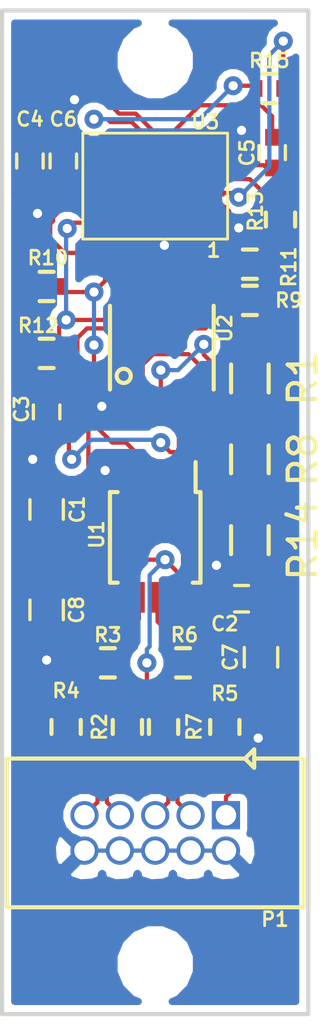
<source format=kicad_pcb>
(kicad_pcb (version 4) (host pcbnew 4.0.4+e1-6308~48~ubuntu15.10.1-stable)

  (general
    (links 75)
    (no_connects 0)
    (area 136.424999 57.924999 147.575001 94.075001)
    (thickness 1.6)
    (drawings 4)
    (tracks 344)
    (zones 0)
    (modules 31)
    (nets 16)
  )

  (page A4)
  (layers
    (0 F.Cu signal)
    (31 B.Cu signal)
    (32 B.Adhes user)
    (33 F.Adhes user)
    (34 B.Paste user)
    (35 F.Paste user)
    (36 B.SilkS user)
    (37 F.SilkS user)
    (38 B.Mask user)
    (39 F.Mask user)
    (40 Dwgs.User user)
    (41 Cmts.User user)
    (42 Eco1.User user)
    (43 Eco2.User user)
    (44 Edge.Cuts user)
    (45 Margin user)
    (46 B.CrtYd user)
    (47 F.CrtYd user)
    (48 B.Fab user)
    (49 F.Fab user hide)
  )

  (setup
    (last_trace_width 0.1524)
    (trace_clearance 0.1524)
    (zone_clearance 0.25)
    (zone_45_only no)
    (trace_min 0.1524)
    (segment_width 0.2)
    (edge_width 0.15)
    (via_size 0.6858)
    (via_drill 0.3302)
    (via_min_size 0.6858)
    (via_min_drill 0.3302)
    (uvia_size 2.54)
    (uvia_drill 0)
    (uvias_allowed no)
    (uvia_min_size 0)
    (uvia_min_drill 0)
    (pcb_text_width 0.3)
    (pcb_text_size 1.5 1.5)
    (mod_edge_width 0.15)
    (mod_text_size 1 1)
    (mod_text_width 0.15)
    (pad_size 1.524 1.524)
    (pad_drill 0.762)
    (pad_to_mask_clearance 0.1)
    (aux_axis_origin 136.5 58)
    (grid_origin 136.5 58)
    (visible_elements FFFFFF7F)
    (pcbplotparams
      (layerselection 0x00030_80000001)
      (usegerberextensions false)
      (excludeedgelayer true)
      (linewidth 0.100000)
      (plotframeref false)
      (viasonmask false)
      (mode 1)
      (useauxorigin false)
      (hpglpennumber 1)
      (hpglpenspeed 20)
      (hpglpendiameter 15)
      (hpglpenoverlay 2)
      (psnegative false)
      (psa4output false)
      (plotreference true)
      (plotvalue true)
      (plotinvisibletext false)
      (padsonsilk false)
      (subtractmaskfromsilk false)
      (outputformat 1)
      (mirror false)
      (drillshape 1)
      (scaleselection 1)
      (outputdirectory ""))
  )

  (net 0 "")
  (net 1 +3V3)
  (net 2 GNDD)
  (net 3 "Net-(C5-Pad2)")
  (net 4 /DSCL0_N)
  (net 5 /DSCL0_P)
  (net 6 /DSDA0_P)
  (net 7 /DSDA0_N)
  (net 8 SDA_CLASH)
  (net 9 SCL_CLASH)
  (net 10 "Net-(R1-Pad2)")
  (net 11 "Net-(R14-Pad1)")
  (net 12 /t_scl)
  (net 13 /t_sda)
  (net 14 "Net-(R13-Pad2)")
  (net 15 "Net-(R15-Pad2)")

  (net_class Default "This is the default net class."
    (clearance 0.1524)
    (trace_width 0.1524)
    (via_dia 0.6858)
    (via_drill 0.3302)
    (uvia_dia 2.54)
    (uvia_drill 0)
    (add_net +3V3)
    (add_net /DSCL0_N)
    (add_net /DSCL0_P)
    (add_net /DSDA0_N)
    (add_net /DSDA0_P)
    (add_net /t_scl)
    (add_net /t_sda)
    (add_net GNDD)
    (add_net "Net-(C5-Pad2)")
    (add_net "Net-(R1-Pad2)")
    (add_net "Net-(R13-Pad2)")
    (add_net "Net-(R14-Pad1)")
    (add_net "Net-(R15-Pad2)")
    (add_net SCL_CLASH)
    (add_net SDA_CLASH)
  )

  (module Capacitors_SMD:C_0603 (layer F.Cu) (tedit 58859A4F) (tstamp 58858A46)
    (at 138.1 75.9 90)
    (descr "Capacitor SMD 0603, reflow soldering, AVX (see smccp.pdf)")
    (tags "capacitor 0603")
    (path /58846D10)
    (attr smd)
    (fp_text reference C1 (at 0 1.1 90) (layer F.SilkS)
      (effects (font (size 0.5 0.5) (thickness 0.1)))
    )
    (fp_text value 1uF (at 0 1.9 90) (layer F.Fab)
      (effects (font (size 1 1) (thickness 0.15)))
    )
    (fp_line (start -0.8 0.4) (end -0.8 -0.4) (layer F.Fab) (width 0.1))
    (fp_line (start 0.8 0.4) (end -0.8 0.4) (layer F.Fab) (width 0.1))
    (fp_line (start 0.8 -0.4) (end 0.8 0.4) (layer F.Fab) (width 0.1))
    (fp_line (start -0.8 -0.4) (end 0.8 -0.4) (layer F.Fab) (width 0.1))
    (fp_line (start -1.45 -0.75) (end 1.45 -0.75) (layer F.CrtYd) (width 0.05))
    (fp_line (start -1.45 0.75) (end 1.45 0.75) (layer F.CrtYd) (width 0.05))
    (fp_line (start -1.45 -0.75) (end -1.45 0.75) (layer F.CrtYd) (width 0.05))
    (fp_line (start 1.45 -0.75) (end 1.45 0.75) (layer F.CrtYd) (width 0.05))
    (fp_line (start -0.35 -0.6) (end 0.35 -0.6) (layer F.SilkS) (width 0.12))
    (fp_line (start 0.35 0.6) (end -0.35 0.6) (layer F.SilkS) (width 0.12))
    (pad 1 smd rect (at -0.75 0 90) (size 0.8 0.75) (layers F.Cu F.Paste F.Mask)
      (net 1 +3V3))
    (pad 2 smd rect (at 0.75 0 90) (size 0.8 0.75) (layers F.Cu F.Paste F.Mask)
      (net 2 GNDD))
    (model Capacitors_SMD.3dshapes/C_0603.wrl
      (at (xyz 0 0 0))
      (scale (xyz 1 1 1))
      (rotate (xyz 0 0 0))
    )
  )

  (module synthego_component_library:45210-600230 (layer F.Cu) (tedit 58859AA2) (tstamp 58858A7F)
    (at 142 87.5 180)
    (descr http://www.mouser.com/ds/2/1/CD2437-269173.pdf)
    (tags "3M, shrouded header, 1.27mm pitch")
    (path /58846D8A)
    (fp_text reference P1 (at -4.3 -3.1 180) (layer F.SilkS)
      (effects (font (size 0.5 0.5) (thickness 0.1)))
    )
    (fp_text value CONN_02X05 (at 0 -3.81 180) (layer F.Fab)
      (effects (font (size 1 1) (thickness 0.15)))
    )
    (fp_line (start -5.334 -2.667) (end -5.334 2.667) (layer F.CrtYd) (width 0.15))
    (fp_line (start -5.334 2.667) (end 5.334 2.667) (layer F.CrtYd) (width 0.15))
    (fp_line (start 5.334 2.667) (end 5.334 -2.667) (layer F.CrtYd) (width 0.15))
    (fp_line (start 5.334 -2.667) (end -5.334 -2.667) (layer F.CrtYd) (width 0.15))
    (fp_line (start -3.556 2.667) (end -3.556 2.3368) (layer F.SilkS) (width 0.15))
    (fp_line (start -3.556 2.3368) (end -3.2258 2.667) (layer F.SilkS) (width 0.15))
    (fp_line (start -3.2258 2.667) (end -3.556 2.9972) (layer F.SilkS) (width 0.15))
    (fp_line (start -3.556 2.9972) (end -3.556 2.667) (layer F.SilkS) (width 0.15))
    (fp_line (start 5.334 2.667) (end -3.2 2.667) (layer F.SilkS) (width 0.15))
    (fp_line (start 5.334 2.667) (end 5.334 -2.667) (layer F.SilkS) (width 0.15))
    (fp_line (start 5.334 -2.667) (end -5.334 -2.667) (layer F.SilkS) (width 0.15))
    (fp_line (start -5.334 -2.667) (end -5.334 2.667) (layer F.SilkS) (width 0.15))
    (fp_line (start -5.334 2.667) (end -3.556 2.667) (layer F.SilkS) (width 0.15))
    (pad 1 thru_hole rect (at -2.54 0.635 180) (size 1.016 1.016) (drill 0.7366) (layers *.Cu *.Mask)
      (net 1 +3V3))
    (pad 3 thru_hole circle (at -1.27 0.635 180) (size 1.016 1.016) (drill 0.7366) (layers *.Cu *.Mask)
      (net 7 /DSDA0_N))
    (pad 5 thru_hole circle (at 0 0.635 180) (size 1.016 1.016) (drill 0.7366) (layers *.Cu *.Mask)
      (net 6 /DSDA0_P))
    (pad 7 thru_hole circle (at 1.27 0.635 180) (size 1.016 1.016) (drill 0.7366) (layers *.Cu *.Mask)
      (net 5 /DSCL0_P))
    (pad 9 thru_hole circle (at 2.54 0.635 180) (size 1.016 1.016) (drill 0.7366) (layers *.Cu *.Mask)
      (net 4 /DSCL0_N))
    (pad 2 thru_hole circle (at -2.54 -0.635 180) (size 1.016 1.016) (drill 0.7366) (layers *.Cu *.Mask)
      (net 2 GNDD))
    (pad 4 thru_hole circle (at -1.27 -0.635 180) (size 1.016 1.016) (drill 0.7366) (layers *.Cu *.Mask)
      (net 2 GNDD))
    (pad 6 thru_hole circle (at 0 -0.635 180) (size 1.016 1.016) (drill 0.7366) (layers *.Cu *.Mask)
      (net 2 GNDD))
    (pad 8 thru_hole circle (at 1.27 -0.635 180) (size 1.016 1.016) (drill 0.7366) (layers *.Cu *.Mask)
      (net 2 GNDD))
    (pad 10 thru_hole circle (at 2.54 -0.635 180) (size 1.016 1.016) (drill 0.7366) (layers *.Cu *.Mask)
      (net 2 GNDD))
  )

  (module Resistors_SMD:R_0402 (layer F.Cu) (tedit 58859902) (tstamp 58858A8B)
    (at 141 83.7 90)
    (descr "Resistor SMD 0402, reflow soldering, Vishay (see dcrcw.pdf)")
    (tags "resistor 0402")
    (path /58846CE9)
    (attr smd)
    (fp_text reference R2 (at 0 -1 90) (layer F.SilkS)
      (effects (font (size 0.5 0.5) (thickness 0.1)))
    )
    (fp_text value 470 (at 0 1.8 90) (layer F.Fab)
      (effects (font (size 1 1) (thickness 0.15)))
    )
    (fp_line (start -0.5 0.25) (end -0.5 -0.25) (layer F.Fab) (width 0.1))
    (fp_line (start 0.5 0.25) (end -0.5 0.25) (layer F.Fab) (width 0.1))
    (fp_line (start 0.5 -0.25) (end 0.5 0.25) (layer F.Fab) (width 0.1))
    (fp_line (start -0.5 -0.25) (end 0.5 -0.25) (layer F.Fab) (width 0.1))
    (fp_line (start -0.95 -0.65) (end 0.95 -0.65) (layer F.CrtYd) (width 0.05))
    (fp_line (start -0.95 0.65) (end 0.95 0.65) (layer F.CrtYd) (width 0.05))
    (fp_line (start -0.95 -0.65) (end -0.95 0.65) (layer F.CrtYd) (width 0.05))
    (fp_line (start 0.95 -0.65) (end 0.95 0.65) (layer F.CrtYd) (width 0.05))
    (fp_line (start 0.25 -0.525) (end -0.25 -0.525) (layer F.SilkS) (width 0.15))
    (fp_line (start -0.25 0.525) (end 0.25 0.525) (layer F.SilkS) (width 0.15))
    (pad 1 smd rect (at -0.45 0 90) (size 0.4 0.6) (layers F.Cu F.Paste F.Mask)
      (net 1 +3V3))
    (pad 2 smd rect (at 0.45 0 90) (size 0.4 0.6) (layers F.Cu F.Paste F.Mask)
      (net 5 /DSCL0_P))
    (model Resistors_SMD.3dshapes/R_0402.wrl
      (at (xyz 0 0 0))
      (scale (xyz 1 1 1))
      (rotate (xyz 0 0 0))
    )
  )

  (module Resistors_SMD:R_0402 (layer F.Cu) (tedit 588598D2) (tstamp 58858A91)
    (at 140.3 81.4 180)
    (descr "Resistor SMD 0402, reflow soldering, Vishay (see dcrcw.pdf)")
    (tags "resistor 0402")
    (path /58846CDB)
    (attr smd)
    (fp_text reference R3 (at 0 1 180) (layer F.SilkS)
      (effects (font (size 0.5 0.5) (thickness 0.1)))
    )
    (fp_text value 140 (at 0 1.8 180) (layer F.Fab)
      (effects (font (size 1 1) (thickness 0.15)))
    )
    (fp_line (start -0.5 0.25) (end -0.5 -0.25) (layer F.Fab) (width 0.1))
    (fp_line (start 0.5 0.25) (end -0.5 0.25) (layer F.Fab) (width 0.1))
    (fp_line (start 0.5 -0.25) (end 0.5 0.25) (layer F.Fab) (width 0.1))
    (fp_line (start -0.5 -0.25) (end 0.5 -0.25) (layer F.Fab) (width 0.1))
    (fp_line (start -0.95 -0.65) (end 0.95 -0.65) (layer F.CrtYd) (width 0.05))
    (fp_line (start -0.95 0.65) (end 0.95 0.65) (layer F.CrtYd) (width 0.05))
    (fp_line (start -0.95 -0.65) (end -0.95 0.65) (layer F.CrtYd) (width 0.05))
    (fp_line (start 0.95 -0.65) (end 0.95 0.65) (layer F.CrtYd) (width 0.05))
    (fp_line (start 0.25 -0.525) (end -0.25 -0.525) (layer F.SilkS) (width 0.15))
    (fp_line (start -0.25 0.525) (end 0.25 0.525) (layer F.SilkS) (width 0.15))
    (pad 1 smd rect (at -0.45 0 180) (size 0.4 0.6) (layers F.Cu F.Paste F.Mask)
      (net 5 /DSCL0_P))
    (pad 2 smd rect (at 0.45 0 180) (size 0.4 0.6) (layers F.Cu F.Paste F.Mask)
      (net 4 /DSCL0_N))
    (model Resistors_SMD.3dshapes/R_0402.wrl
      (at (xyz 0 0 0))
      (scale (xyz 1 1 1))
      (rotate (xyz 0 0 0))
    )
  )

  (module Resistors_SMD:R_0402 (layer F.Cu) (tedit 5885992A) (tstamp 58858A97)
    (at 138.8 83.7 270)
    (descr "Resistor SMD 0402, reflow soldering, Vishay (see dcrcw.pdf)")
    (tags "resistor 0402")
    (path /58846CE2)
    (attr smd)
    (fp_text reference R4 (at -1.3 0 360) (layer F.SilkS)
      (effects (font (size 0.5 0.5) (thickness 0.1)))
    )
    (fp_text value 470 (at 0 1.8 270) (layer F.Fab)
      (effects (font (size 1 1) (thickness 0.15)))
    )
    (fp_line (start -0.5 0.25) (end -0.5 -0.25) (layer F.Fab) (width 0.1))
    (fp_line (start 0.5 0.25) (end -0.5 0.25) (layer F.Fab) (width 0.1))
    (fp_line (start 0.5 -0.25) (end 0.5 0.25) (layer F.Fab) (width 0.1))
    (fp_line (start -0.5 -0.25) (end 0.5 -0.25) (layer F.Fab) (width 0.1))
    (fp_line (start -0.95 -0.65) (end 0.95 -0.65) (layer F.CrtYd) (width 0.05))
    (fp_line (start -0.95 0.65) (end 0.95 0.65) (layer F.CrtYd) (width 0.05))
    (fp_line (start -0.95 -0.65) (end -0.95 0.65) (layer F.CrtYd) (width 0.05))
    (fp_line (start 0.95 -0.65) (end 0.95 0.65) (layer F.CrtYd) (width 0.05))
    (fp_line (start 0.25 -0.525) (end -0.25 -0.525) (layer F.SilkS) (width 0.15))
    (fp_line (start -0.25 0.525) (end 0.25 0.525) (layer F.SilkS) (width 0.15))
    (pad 1 smd rect (at -0.45 0 270) (size 0.4 0.6) (layers F.Cu F.Paste F.Mask)
      (net 4 /DSCL0_N))
    (pad 2 smd rect (at 0.45 0 270) (size 0.4 0.6) (layers F.Cu F.Paste F.Mask)
      (net 2 GNDD))
    (model Resistors_SMD.3dshapes/R_0402.wrl
      (at (xyz 0 0 0))
      (scale (xyz 1 1 1))
      (rotate (xyz 0 0 0))
    )
  )

  (module Resistors_SMD:R_0402 (layer F.Cu) (tedit 588598DB) (tstamp 58858A9D)
    (at 144.5 83.7 90)
    (descr "Resistor SMD 0402, reflow soldering, Vishay (see dcrcw.pdf)")
    (tags "resistor 0402")
    (path /58846CFE)
    (attr smd)
    (fp_text reference R5 (at 1.2 0 180) (layer F.SilkS)
      (effects (font (size 0.5 0.5) (thickness 0.1)))
    )
    (fp_text value 470 (at 0 1.8 90) (layer F.Fab)
      (effects (font (size 1 1) (thickness 0.15)))
    )
    (fp_line (start -0.5 0.25) (end -0.5 -0.25) (layer F.Fab) (width 0.1))
    (fp_line (start 0.5 0.25) (end -0.5 0.25) (layer F.Fab) (width 0.1))
    (fp_line (start 0.5 -0.25) (end 0.5 0.25) (layer F.Fab) (width 0.1))
    (fp_line (start -0.5 -0.25) (end 0.5 -0.25) (layer F.Fab) (width 0.1))
    (fp_line (start -0.95 -0.65) (end 0.95 -0.65) (layer F.CrtYd) (width 0.05))
    (fp_line (start -0.95 0.65) (end 0.95 0.65) (layer F.CrtYd) (width 0.05))
    (fp_line (start -0.95 -0.65) (end -0.95 0.65) (layer F.CrtYd) (width 0.05))
    (fp_line (start 0.95 -0.65) (end 0.95 0.65) (layer F.CrtYd) (width 0.05))
    (fp_line (start 0.25 -0.525) (end -0.25 -0.525) (layer F.SilkS) (width 0.15))
    (fp_line (start -0.25 0.525) (end 0.25 0.525) (layer F.SilkS) (width 0.15))
    (pad 1 smd rect (at -0.45 0 90) (size 0.4 0.6) (layers F.Cu F.Paste F.Mask)
      (net 2 GNDD))
    (pad 2 smd rect (at 0.45 0 90) (size 0.4 0.6) (layers F.Cu F.Paste F.Mask)
      (net 7 /DSDA0_N))
    (model Resistors_SMD.3dshapes/R_0402.wrl
      (at (xyz 0 0 0))
      (scale (xyz 1 1 1))
      (rotate (xyz 0 0 0))
    )
  )

  (module Resistors_SMD:R_0402 (layer F.Cu) (tedit 588598C2) (tstamp 58858AA3)
    (at 143 81.4 180)
    (descr "Resistor SMD 0402, reflow soldering, Vishay (see dcrcw.pdf)")
    (tags "resistor 0402")
    (path /58846CF0)
    (attr smd)
    (fp_text reference R6 (at -0.05 1 180) (layer F.SilkS)
      (effects (font (size 0.5 0.5) (thickness 0.1)))
    )
    (fp_text value 140 (at 0 1.8 180) (layer F.Fab)
      (effects (font (size 1 1) (thickness 0.15)))
    )
    (fp_line (start -0.5 0.25) (end -0.5 -0.25) (layer F.Fab) (width 0.1))
    (fp_line (start 0.5 0.25) (end -0.5 0.25) (layer F.Fab) (width 0.1))
    (fp_line (start 0.5 -0.25) (end 0.5 0.25) (layer F.Fab) (width 0.1))
    (fp_line (start -0.5 -0.25) (end 0.5 -0.25) (layer F.Fab) (width 0.1))
    (fp_line (start -0.95 -0.65) (end 0.95 -0.65) (layer F.CrtYd) (width 0.05))
    (fp_line (start -0.95 0.65) (end 0.95 0.65) (layer F.CrtYd) (width 0.05))
    (fp_line (start -0.95 -0.65) (end -0.95 0.65) (layer F.CrtYd) (width 0.05))
    (fp_line (start 0.95 -0.65) (end 0.95 0.65) (layer F.CrtYd) (width 0.05))
    (fp_line (start 0.25 -0.525) (end -0.25 -0.525) (layer F.SilkS) (width 0.15))
    (fp_line (start -0.25 0.525) (end 0.25 0.525) (layer F.SilkS) (width 0.15))
    (pad 1 smd rect (at -0.45 0 180) (size 0.4 0.6) (layers F.Cu F.Paste F.Mask)
      (net 7 /DSDA0_N))
    (pad 2 smd rect (at 0.45 0 180) (size 0.4 0.6) (layers F.Cu F.Paste F.Mask)
      (net 6 /DSDA0_P))
    (model Resistors_SMD.3dshapes/R_0402.wrl
      (at (xyz 0 0 0))
      (scale (xyz 1 1 1))
      (rotate (xyz 0 0 0))
    )
  )

  (module Resistors_SMD:R_0402 (layer F.Cu) (tedit 588598C9) (tstamp 58858AA9)
    (at 142.3 83.7 270)
    (descr "Resistor SMD 0402, reflow soldering, Vishay (see dcrcw.pdf)")
    (tags "resistor 0402")
    (path /58846CF7)
    (attr smd)
    (fp_text reference R7 (at 0 -1.1 270) (layer F.SilkS)
      (effects (font (size 0.5 0.5) (thickness 0.1)))
    )
    (fp_text value 470 (at 0 1.8 270) (layer F.Fab)
      (effects (font (size 1 1) (thickness 0.15)))
    )
    (fp_line (start -0.5 0.25) (end -0.5 -0.25) (layer F.Fab) (width 0.1))
    (fp_line (start 0.5 0.25) (end -0.5 0.25) (layer F.Fab) (width 0.1))
    (fp_line (start 0.5 -0.25) (end 0.5 0.25) (layer F.Fab) (width 0.1))
    (fp_line (start -0.5 -0.25) (end 0.5 -0.25) (layer F.Fab) (width 0.1))
    (fp_line (start -0.95 -0.65) (end 0.95 -0.65) (layer F.CrtYd) (width 0.05))
    (fp_line (start -0.95 0.65) (end 0.95 0.65) (layer F.CrtYd) (width 0.05))
    (fp_line (start -0.95 -0.65) (end -0.95 0.65) (layer F.CrtYd) (width 0.05))
    (fp_line (start 0.95 -0.65) (end 0.95 0.65) (layer F.CrtYd) (width 0.05))
    (fp_line (start 0.25 -0.525) (end -0.25 -0.525) (layer F.SilkS) (width 0.15))
    (fp_line (start -0.25 0.525) (end 0.25 0.525) (layer F.SilkS) (width 0.15))
    (pad 1 smd rect (at -0.45 0 270) (size 0.4 0.6) (layers F.Cu F.Paste F.Mask)
      (net 6 /DSDA0_P))
    (pad 2 smd rect (at 0.45 0 270) (size 0.4 0.6) (layers F.Cu F.Paste F.Mask)
      (net 1 +3V3))
    (model Resistors_SMD.3dshapes/R_0402.wrl
      (at (xyz 0 0 0))
      (scale (xyz 1 1 1))
      (rotate (xyz 0 0 0))
    )
  )

  (module Resistors_SMD:R_0402 (layer F.Cu) (tedit 58859A0E) (tstamp 58858AB5)
    (at 145.4 68.4 180)
    (descr "Resistor SMD 0402, reflow soldering, Vishay (see dcrcw.pdf)")
    (tags "resistor 0402")
    (path /58848B89)
    (attr smd)
    (fp_text reference R9 (at -1.4 0 180) (layer F.SilkS)
      (effects (font (size 0.5 0.5) (thickness 0.1)))
    )
    (fp_text value 4K7 (at 0 1.8 180) (layer F.Fab)
      (effects (font (size 1 1) (thickness 0.15)))
    )
    (fp_line (start -0.5 0.25) (end -0.5 -0.25) (layer F.Fab) (width 0.1))
    (fp_line (start 0.5 0.25) (end -0.5 0.25) (layer F.Fab) (width 0.1))
    (fp_line (start 0.5 -0.25) (end 0.5 0.25) (layer F.Fab) (width 0.1))
    (fp_line (start -0.5 -0.25) (end 0.5 -0.25) (layer F.Fab) (width 0.1))
    (fp_line (start -0.95 -0.65) (end 0.95 -0.65) (layer F.CrtYd) (width 0.05))
    (fp_line (start -0.95 0.65) (end 0.95 0.65) (layer F.CrtYd) (width 0.05))
    (fp_line (start -0.95 -0.65) (end -0.95 0.65) (layer F.CrtYd) (width 0.05))
    (fp_line (start 0.95 -0.65) (end 0.95 0.65) (layer F.CrtYd) (width 0.05))
    (fp_line (start 0.25 -0.525) (end -0.25 -0.525) (layer F.SilkS) (width 0.15))
    (fp_line (start -0.25 0.525) (end 0.25 0.525) (layer F.SilkS) (width 0.15))
    (pad 1 smd rect (at -0.45 0 180) (size 0.4 0.6) (layers F.Cu F.Paste F.Mask)
      (net 1 +3V3))
    (pad 2 smd rect (at 0.45 0 180) (size 0.4 0.6) (layers F.Cu F.Paste F.Mask)
      (net 8 SDA_CLASH))
    (model Resistors_SMD.3dshapes/R_0402.wrl
      (at (xyz 0 0 0))
      (scale (xyz 1 1 1))
      (rotate (xyz 0 0 0))
    )
  )

  (module Resistors_SMD:R_0402 (layer F.Cu) (tedit 58859A04) (tstamp 58858ABB)
    (at 138.1 67.9)
    (descr "Resistor SMD 0402, reflow soldering, Vishay (see dcrcw.pdf)")
    (tags "resistor 0402")
    (path /58848CCF)
    (attr smd)
    (fp_text reference R10 (at 0.047619 -1.025) (layer F.SilkS)
      (effects (font (size 0.5 0.5) (thickness 0.1)))
    )
    (fp_text value 4K7 (at 0 1.8) (layer F.Fab)
      (effects (font (size 1 1) (thickness 0.15)))
    )
    (fp_line (start -0.5 0.25) (end -0.5 -0.25) (layer F.Fab) (width 0.1))
    (fp_line (start 0.5 0.25) (end -0.5 0.25) (layer F.Fab) (width 0.1))
    (fp_line (start 0.5 -0.25) (end 0.5 0.25) (layer F.Fab) (width 0.1))
    (fp_line (start -0.5 -0.25) (end 0.5 -0.25) (layer F.Fab) (width 0.1))
    (fp_line (start -0.95 -0.65) (end 0.95 -0.65) (layer F.CrtYd) (width 0.05))
    (fp_line (start -0.95 0.65) (end 0.95 0.65) (layer F.CrtYd) (width 0.05))
    (fp_line (start -0.95 -0.65) (end -0.95 0.65) (layer F.CrtYd) (width 0.05))
    (fp_line (start 0.95 -0.65) (end 0.95 0.65) (layer F.CrtYd) (width 0.05))
    (fp_line (start 0.25 -0.525) (end -0.25 -0.525) (layer F.SilkS) (width 0.15))
    (fp_line (start -0.25 0.525) (end 0.25 0.525) (layer F.SilkS) (width 0.15))
    (pad 1 smd rect (at -0.45 0) (size 0.4 0.6) (layers F.Cu F.Paste F.Mask)
      (net 1 +3V3))
    (pad 2 smd rect (at 0.45 0) (size 0.4 0.6) (layers F.Cu F.Paste F.Mask)
      (net 9 SCL_CLASH))
    (model Resistors_SMD.3dshapes/R_0402.wrl
      (at (xyz 0 0 0))
      (scale (xyz 1 1 1))
      (rotate (xyz 0 0 0))
    )
  )

  (module Resistors_SMD:R_0402 (layer F.Cu) (tedit 588599E3) (tstamp 58858AC1)
    (at 145.4 67.1 180)
    (descr "Resistor SMD 0402, reflow soldering, Vishay (see dcrcw.pdf)")
    (tags "resistor 0402")
    (path /5884953A)
    (attr smd)
    (fp_text reference R11 (at -1.4 -0.1 270) (layer F.SilkS)
      (effects (font (size 0.5 0.5) (thickness 0.1)))
    )
    (fp_text value 4K7 (at 0 1.8 180) (layer F.Fab)
      (effects (font (size 1 1) (thickness 0.15)))
    )
    (fp_line (start -0.5 0.25) (end -0.5 -0.25) (layer F.Fab) (width 0.1))
    (fp_line (start 0.5 0.25) (end -0.5 0.25) (layer F.Fab) (width 0.1))
    (fp_line (start 0.5 -0.25) (end 0.5 0.25) (layer F.Fab) (width 0.1))
    (fp_line (start -0.5 -0.25) (end 0.5 -0.25) (layer F.Fab) (width 0.1))
    (fp_line (start -0.95 -0.65) (end 0.95 -0.65) (layer F.CrtYd) (width 0.05))
    (fp_line (start -0.95 0.65) (end 0.95 0.65) (layer F.CrtYd) (width 0.05))
    (fp_line (start -0.95 -0.65) (end -0.95 0.65) (layer F.CrtYd) (width 0.05))
    (fp_line (start 0.95 -0.65) (end 0.95 0.65) (layer F.CrtYd) (width 0.05))
    (fp_line (start 0.25 -0.525) (end -0.25 -0.525) (layer F.SilkS) (width 0.15))
    (fp_line (start -0.25 0.525) (end 0.25 0.525) (layer F.SilkS) (width 0.15))
    (pad 1 smd rect (at -0.45 0 180) (size 0.4 0.6) (layers F.Cu F.Paste F.Mask)
      (net 1 +3V3))
    (pad 2 smd rect (at 0.45 0 180) (size 0.4 0.6) (layers F.Cu F.Paste F.Mask)
      (net 12 /t_scl))
    (model Resistors_SMD.3dshapes/R_0402.wrl
      (at (xyz 0 0 0))
      (scale (xyz 1 1 1))
      (rotate (xyz 0 0 0))
    )
  )

  (module Resistors_SMD:R_0402 (layer F.Cu) (tedit 588599F1) (tstamp 58858AC7)
    (at 138.1 70.3)
    (descr "Resistor SMD 0402, reflow soldering, Vishay (see dcrcw.pdf)")
    (tags "resistor 0402")
    (path /588495AA)
    (attr smd)
    (fp_text reference R12 (at -0.3 -1 180) (layer F.SilkS)
      (effects (font (size 0.5 0.5) (thickness 0.1)))
    )
    (fp_text value 4K7 (at 0 1.8) (layer F.Fab)
      (effects (font (size 1 1) (thickness 0.15)))
    )
    (fp_line (start -0.5 0.25) (end -0.5 -0.25) (layer F.Fab) (width 0.1))
    (fp_line (start 0.5 0.25) (end -0.5 0.25) (layer F.Fab) (width 0.1))
    (fp_line (start 0.5 -0.25) (end 0.5 0.25) (layer F.Fab) (width 0.1))
    (fp_line (start -0.5 -0.25) (end 0.5 -0.25) (layer F.Fab) (width 0.1))
    (fp_line (start -0.95 -0.65) (end 0.95 -0.65) (layer F.CrtYd) (width 0.05))
    (fp_line (start -0.95 0.65) (end 0.95 0.65) (layer F.CrtYd) (width 0.05))
    (fp_line (start -0.95 -0.65) (end -0.95 0.65) (layer F.CrtYd) (width 0.05))
    (fp_line (start 0.95 -0.65) (end 0.95 0.65) (layer F.CrtYd) (width 0.05))
    (fp_line (start 0.25 -0.525) (end -0.25 -0.525) (layer F.SilkS) (width 0.15))
    (fp_line (start -0.25 0.525) (end 0.25 0.525) (layer F.SilkS) (width 0.15))
    (pad 1 smd rect (at -0.45 0) (size 0.4 0.6) (layers F.Cu F.Paste F.Mask)
      (net 1 +3V3))
    (pad 2 smd rect (at 0.45 0) (size 0.4 0.6) (layers F.Cu F.Paste F.Mask)
      (net 13 /t_sda))
    (model Resistors_SMD.3dshapes/R_0402.wrl
      (at (xyz 0 0 0))
      (scale (xyz 1 1 1))
      (rotate (xyz 0 0 0))
    )
  )

  (module Housings_SSOP:TSSOP-10_3x3mm_Pitch0.5mm (layer F.Cu) (tedit 58859AB8) (tstamp 58858AD5)
    (at 142 76.9 270)
    (descr "TSSOP10: plastic thin shrink small outline package; 10 leads; body width 3 mm; (see NXP SSOP-TSSOP-VSO-REFLOW.pdf and sot552-1_po.pdf)")
    (tags "SSOP 0.5")
    (path /588475C7)
    (attr smd)
    (fp_text reference U1 (at -0.1 2.1 270) (layer F.SilkS)
      (effects (font (size 0.5 0.5) (thickness 0.1)))
    )
    (fp_text value PCA9615 (at 0 2.55 270) (layer F.Fab)
      (effects (font (size 1 1) (thickness 0.15)))
    )
    (fp_line (start -0.5 -1.5) (end 1.5 -1.5) (layer F.Fab) (width 0.15))
    (fp_line (start 1.5 -1.5) (end 1.5 1.5) (layer F.Fab) (width 0.15))
    (fp_line (start 1.5 1.5) (end -1.5 1.5) (layer F.Fab) (width 0.15))
    (fp_line (start -1.5 1.5) (end -1.5 -0.5) (layer F.Fab) (width 0.15))
    (fp_line (start -1.5 -0.5) (end -0.5 -1.5) (layer F.Fab) (width 0.15))
    (fp_line (start -2.95 -1.8) (end -2.95 1.8) (layer F.CrtYd) (width 0.05))
    (fp_line (start 2.95 -1.8) (end 2.95 1.8) (layer F.CrtYd) (width 0.05))
    (fp_line (start -2.95 -1.8) (end 2.95 -1.8) (layer F.CrtYd) (width 0.05))
    (fp_line (start -2.95 1.8) (end 2.95 1.8) (layer F.CrtYd) (width 0.05))
    (fp_line (start -1.625 -1.625) (end -1.625 -1.45) (layer F.SilkS) (width 0.15))
    (fp_line (start 1.625 -1.625) (end 1.625 -1.35) (layer F.SilkS) (width 0.15))
    (fp_line (start 1.625 1.625) (end 1.625 1.35) (layer F.SilkS) (width 0.15))
    (fp_line (start -1.625 1.625) (end -1.625 1.35) (layer F.SilkS) (width 0.15))
    (fp_line (start -1.625 -1.625) (end 1.625 -1.625) (layer F.SilkS) (width 0.15))
    (fp_line (start -1.625 1.625) (end 1.625 1.625) (layer F.SilkS) (width 0.15))
    (fp_line (start -1.625 -1.45) (end -2.7 -1.45) (layer F.SilkS) (width 0.15))
    (pad 1 smd rect (at -2.15 -1 270) (size 1.1 0.25) (layers F.Cu F.Paste F.Mask)
      (net 1 +3V3))
    (pad 2 smd rect (at -2.15 -0.5 270) (size 1.1 0.25) (layers F.Cu F.Paste F.Mask)
      (net 8 SDA_CLASH))
    (pad 3 smd rect (at -2.15 0 270) (size 1.1 0.25) (layers F.Cu F.Paste F.Mask))
    (pad 4 smd rect (at -2.15 0.5 270) (size 1.1 0.25) (layers F.Cu F.Paste F.Mask)
      (net 9 SCL_CLASH))
    (pad 5 smd rect (at -2.15 1 270) (size 1.1 0.25) (layers F.Cu F.Paste F.Mask)
      (net 2 GNDD))
    (pad 6 smd rect (at 2.15 1 270) (size 1.1 0.25) (layers F.Cu F.Paste F.Mask)
      (net 4 /DSCL0_N))
    (pad 7 smd rect (at 2.15 0.5 270) (size 1.1 0.25) (layers F.Cu F.Paste F.Mask)
      (net 5 /DSCL0_P))
    (pad 8 smd rect (at 2.15 0 270) (size 1.1 0.25) (layers F.Cu F.Paste F.Mask)
      (net 6 /DSDA0_P))
    (pad 9 smd rect (at 2.15 -0.5 270) (size 1.1 0.25) (layers F.Cu F.Paste F.Mask)
      (net 7 /DSDA0_N))
    (pad 10 smd rect (at 2.15 -1 270) (size 1.1 0.25) (layers F.Cu F.Paste F.Mask)
      (net 1 +3V3))
    (model Housings_SSOP.3dshapes/TSSOP-10_3x3mm_Pitch0.5mm.wrl
      (at (xyz 0 0 0))
      (scale (xyz 1 1 1))
      (rotate (xyz 0 0 0))
    )
  )

  (module double_jump_electric_component_library:MSOP-10 (layer F.Cu) (tedit 58856DC2) (tstamp 58858AF2)
    (at 142.2 70.0945 90)
    (path /58847495)
    (attr smd)
    (fp_text reference U2 (at 0.6945 2.3 90) (layer F.SilkS)
      (effects (font (size 0.5 0.5) (thickness 0.1)))
    )
    (fp_text value LTC4316 (at 0 -2.6 90) (layer F.Fab)
      (effects (font (size 1 1) (thickness 0.15)))
    )
    (fp_line (start -2.9 -1.763) (end -2.9 1.775) (layer F.CrtYd) (width 0.15))
    (fp_line (start -1.5975 -1.763) (end -2.9 -1.763) (layer F.CrtYd) (width 0.15))
    (fp_line (start -1.5975 -1.93) (end -1.5975 -1.763) (layer F.CrtYd) (width 0.15))
    (fp_line (start 1.5775 -1.93) (end -1.5975 -1.93) (layer F.CrtYd) (width 0.15))
    (fp_line (start 1.5775 -1.763) (end 1.5775 -1.93) (layer F.CrtYd) (width 0.15))
    (fp_line (start 2.9 -1.763) (end 1.5775 -1.763) (layer F.CrtYd) (width 0.15))
    (fp_line (start 2.9 1.775) (end 2.9 -1.763) (layer F.CrtYd) (width 0.15))
    (fp_line (start 1.5775 1.775) (end 2.9 1.775) (layer F.CrtYd) (width 0.15))
    (fp_line (start 1.575 1.942) (end 1.575 1.774376) (layer F.CrtYd) (width 0.15))
    (fp_line (start -1.6 1.942) (end 1.575 1.942) (layer F.CrtYd) (width 0.15))
    (fp_line (start -1.6 1.775) (end -1.6 1.942) (layer F.CrtYd) (width 0.15))
    (fp_line (start -2.9 1.775) (end -1.5975 1.775) (layer F.CrtYd) (width 0.15))
    (fp_circle (center -1.0133 -1.3312) (end -1.0133 -1.5852) (layer F.SilkS) (width 0.15))
    (fp_line (start 1.5 -1.825) (end -1.5 -1.825) (layer F.SilkS) (width 0.15))
    (fp_line (start -1.5 1.9) (end 1.5 1.9) (layer F.SilkS) (width 0.15))
    (pad 1 smd rect (at -2.1055 -1.3 90) (size 1.25 0.42) (layers F.Cu F.Paste F.Mask)
      (net 2 GNDD))
    (pad 2 smd rect (at -2.1055 -0.65 90) (size 1.25 0.42) (layers F.Cu F.Paste F.Mask)
      (net 11 "Net-(R14-Pad1)"))
    (pad 3 smd rect (at -2.1055 0 90) (size 1.25 0.42) (layers F.Cu F.Paste F.Mask)
      (net 10 "Net-(R1-Pad2)"))
    (pad 4 smd rect (at -2.1055 0.65 90) (size 1.25 0.42) (layers F.Cu F.Paste F.Mask)
      (net 1 +3V3))
    (pad 9 smd rect (at 2.1055 0.65 90) (size 1.25 0.42) (layers F.Cu F.Paste F.Mask)
      (net 12 /t_scl))
    (pad 8 smd rect (at 2.1055 0 90) (size 1.25 0.42) (layers F.Cu F.Paste F.Mask)
      (net 13 /t_sda))
    (pad 7 smd rect (at 2.1055 -0.65 90) (size 1.25 0.42) (layers F.Cu F.Paste F.Mask)
      (net 9 SCL_CLASH))
    (pad 6 smd rect (at 2.1055 -1.3 90) (size 1.25 0.42) (layers F.Cu F.Paste F.Mask))
    (pad 10 smd rect (at 2.1055 1.3 90) (size 1.25 0.42) (layers F.Cu F.Paste F.Mask)
      (net 8 SDA_CLASH))
    (pad 5 smd rect (at -2.1055 1.3 90) (size 1.25 0.42) (layers F.Cu F.Paste F.Mask)
      (net 1 +3V3))
  )

  (module double_jump_electric_component_library:LGA-28 (layer F.Cu) (tedit 58856C08) (tstamp 58858B1B)
    (at 142 64.3 270)
    (path /58851C00)
    (fp_text reference U3 (at -2.3 -1.8 360) (layer F.SilkS)
      (effects (font (size 0.5 0.5) (thickness 0.1)))
    )
    (fp_text value BNO055 (at 0 -3.8 270) (layer F.Fab)
      (effects (font (size 1 1) (thickness 0.15)))
    )
    (fp_line (start -1.9 -2.6) (end 1.9 -2.6) (layer F.SilkS) (width 0.1))
    (fp_line (start -1.9 2.6) (end -1.9 -2.6) (layer F.SilkS) (width 0.1))
    (fp_line (start 1.9 2.6) (end -1.9 2.6) (layer F.SilkS) (width 0.1))
    (fp_line (start 1.9 -2.6) (end 1.9 2.6) (layer F.SilkS) (width 0.1))
    (fp_text user 1 (at 2.3 -2.1 360) (layer F.SilkS)
      (effects (font (size 0.5 0.5) (thickness 0.1)))
    )
    (fp_line (start -1.9 2.6) (end -1.9 -2.6) (layer F.CrtYd) (width 0.15))
    (fp_line (start 1.9 2.6) (end -1.9 2.6) (layer F.CrtYd) (width 0.15))
    (fp_line (start 1.9 -2.6) (end 1.9 2.6) (layer F.CrtYd) (width 0.15))
    (fp_line (start -1.9 -2.6) (end 1.9 -2.6) (layer F.CrtYd) (width 0.15))
    (pad 1 smd rect (at 1.3125 -2.25 270) (size 0.475 0.25) (layers F.Cu F.Paste F.Mask))
    (pad 28 smd rect (at 1.3125 -1.75 270) (size 0.475 0.25) (layers F.Cu F.Paste F.Mask)
      (net 1 +3V3))
    (pad 27 smd rect (at 1.3125 -1.25 270) (size 0.475 0.25) (layers F.Cu F.Paste F.Mask))
    (pad 26 smd rect (at 1.3125 -0.75 270) (size 0.475 0.25) (layers F.Cu F.Paste F.Mask))
    (pad 25 smd rect (at 1.3125 -0.25 270) (size 0.475 0.25) (layers F.Cu F.Paste F.Mask)
      (net 2 GNDD))
    (pad 24 smd rect (at 1.3125 0.25 270) (size 0.475 0.25) (layers F.Cu F.Paste F.Mask))
    (pad 23 smd rect (at 1.3125 0.75 270) (size 0.475 0.25) (layers F.Cu F.Paste F.Mask))
    (pad 22 smd rect (at 1.3125 1.25 270) (size 0.475 0.25) (layers F.Cu F.Paste F.Mask))
    (pad 21 smd rect (at 1.3125 1.75 270) (size 0.475 0.25) (layers F.Cu F.Paste F.Mask))
    (pad 20 smd rect (at 1.3125 2.25 270) (size 0.475 0.25) (layers F.Cu F.Paste F.Mask)
      (net 13 /t_sda))
    (pad 9 smd rect (at -1.3125 -0.75 270) (size 0.475 0.25) (layers F.Cu F.Paste F.Mask)
      (net 3 "Net-(C5-Pad2)"))
    (pad 6 smd rect (at -1.3125 -2.25 270) (size 0.475 0.25) (layers F.Cu F.Paste F.Mask)
      (net 2 GNDD))
    (pad 7 smd rect (at -1.3125 -1.75 270) (size 0.475 0.25) (layers F.Cu F.Paste F.Mask))
    (pad 8 smd rect (at -1.3125 -1.25 270) (size 0.475 0.25) (layers F.Cu F.Paste F.Mask))
    (pad 10 smd rect (at -1.3125 -0.25 270) (size 0.475 0.25) (layers F.Cu F.Paste F.Mask)
      (net 2 GNDD))
    (pad 14 smd rect (at -1.3125 1.75 270) (size 0.475 0.25) (layers F.Cu F.Paste F.Mask))
    (pad 11 smd rect (at -1.3125 0.25 270) (size 0.475 0.25) (layers F.Cu F.Paste F.Mask)
      (net 15 "Net-(R15-Pad2)"))
    (pad 12 smd rect (at -1.3125 0.75 270) (size 0.475 0.25) (layers F.Cu F.Paste F.Mask))
    (pad 13 smd rect (at -1.3125 1.25 270) (size 0.475 0.25) (layers F.Cu F.Paste F.Mask))
    (pad 15 smd rect (at -1.3125 2.25 270) (size 0.475 0.25) (layers F.Cu F.Paste F.Mask)
      (net 2 GNDD))
    (pad 2 smd rect (at 0.75 -2.25 270) (size 0.25 0.475) (layers F.Cu F.Paste F.Mask)
      (net 2 GNDD))
    (pad 3 smd rect (at 0.25 -2.25 270) (size 0.25 0.475) (layers F.Cu F.Paste F.Mask)
      (net 1 +3V3))
    (pad 4 smd rect (at -0.25 -2.25 270) (size 0.25 0.475) (layers F.Cu F.Paste F.Mask)
      (net 14 "Net-(R13-Pad2)"))
    (pad 5 smd rect (at -0.75 -2.25 270) (size 0.25 0.475) (layers F.Cu F.Paste F.Mask)
      (net 2 GNDD))
    (pad 19 smd rect (at 0.75 2.25 270) (size 0.25 0.475) (layers F.Cu F.Paste F.Mask)
      (net 12 /t_scl))
    (pad 18 smd rect (at 0.25 2.25 270) (size 0.25 0.475) (layers F.Cu F.Paste F.Mask)
      (net 2 GNDD))
    (pad 17 smd rect (at -0.25 2.25 270) (size 0.25 0.475) (layers F.Cu F.Paste F.Mask)
      (net 2 GNDD))
    (pad 16 smd rect (at -0.75 2.25 270) (size 0.25 0.475) (layers F.Cu F.Paste F.Mask)
      (net 2 GNDD))
  )

  (module Fiducials:Fiducial_1mm_Dia_2.54mm_Outer_CopperTop (layer F.Cu) (tedit 58859E4C) (tstamp 58859E38)
    (at 138 59.5)
    (descr "Circular Fiducial, 1mm bare copper top; 2.54mm keepout")
    (tags marker)
    (attr virtual)
    (fp_text reference REF** (at -3.6 -1.2) (layer F.SilkS) hide
      (effects (font (size 1 1) (thickness 0.15)))
    )
    (fp_text value Fiducial_1mm_Dia_2.54mm_Outer_CopperTop (at 0 -1.8) (layer F.Fab)
      (effects (font (size 1 1) (thickness 0.15)))
    )
    (fp_circle (center 0 0) (end 1.55 0) (layer F.CrtYd) (width 0.05))
    (pad ~ smd circle (at 0 0) (size 1 1) (layers F.Cu F.Mask)
      (solder_mask_margin 0.77) (clearance 0.77))
  )

  (module Fiducials:Fiducial_1mm_Dia_2.54mm_Outer_CopperTop (layer F.Cu) (tedit 58859E80) (tstamp 58859E5A)
    (at 146 92.5)
    (descr "Circular Fiducial, 1mm bare copper top; 2.54mm keepout")
    (tags marker)
    (attr virtual)
    (fp_text reference REF** (at 3.4 0.7) (layer F.SilkS) hide
      (effects (font (size 1 1) (thickness 0.15)))
    )
    (fp_text value Fiducial_1mm_Dia_2.54mm_Outer_CopperTop (at 0 -1.8) (layer F.Fab)
      (effects (font (size 1 1) (thickness 0.15)))
    )
    (fp_circle (center 0 0) (end 1.55 0) (layer F.CrtYd) (width 0.05))
    (pad ~ smd circle (at 0 0) (size 1 1) (layers F.Cu F.Mask)
      (solder_mask_margin 0.77) (clearance 0.77))
  )

  (module Resistors_SMD:R_0402 (layer F.Cu) (tedit 58916BC0) (tstamp 589160E7)
    (at 146.5 65.5 90)
    (descr "Resistor SMD 0402, reflow soldering, Vishay (see dcrcw.pdf)")
    (tags "resistor 0402")
    (path /58916775)
    (attr smd)
    (fp_text reference R13 (at 0.3 -0.9 90) (layer F.SilkS)
      (effects (font (size 0.5 0.5) (thickness 0.1)))
    )
    (fp_text value 10K (at 0 1.8 90) (layer F.Fab)
      (effects (font (size 1 1) (thickness 0.15)))
    )
    (fp_line (start -0.5 0.25) (end -0.5 -0.25) (layer F.Fab) (width 0.1))
    (fp_line (start 0.5 0.25) (end -0.5 0.25) (layer F.Fab) (width 0.1))
    (fp_line (start 0.5 -0.25) (end 0.5 0.25) (layer F.Fab) (width 0.1))
    (fp_line (start -0.5 -0.25) (end 0.5 -0.25) (layer F.Fab) (width 0.1))
    (fp_line (start -0.95 -0.65) (end 0.95 -0.65) (layer F.CrtYd) (width 0.05))
    (fp_line (start -0.95 0.65) (end 0.95 0.65) (layer F.CrtYd) (width 0.05))
    (fp_line (start -0.95 -0.65) (end -0.95 0.65) (layer F.CrtYd) (width 0.05))
    (fp_line (start 0.95 -0.65) (end 0.95 0.65) (layer F.CrtYd) (width 0.05))
    (fp_line (start 0.25 -0.525) (end -0.25 -0.525) (layer F.SilkS) (width 0.15))
    (fp_line (start -0.25 0.525) (end 0.25 0.525) (layer F.SilkS) (width 0.15))
    (pad 1 smd rect (at -0.45 0 90) (size 0.4 0.6) (layers F.Cu F.Paste F.Mask)
      (net 1 +3V3))
    (pad 2 smd rect (at 0.45 0 90) (size 0.4 0.6) (layers F.Cu F.Paste F.Mask)
      (net 14 "Net-(R13-Pad2)"))
    (model Resistors_SMD.3dshapes/R_0402.wrl
      (at (xyz 0 0 0))
      (scale (xyz 1 1 1))
      (rotate (xyz 0 0 0))
    )
  )

  (module Capacitors_SMD:C_0402 (layer F.Cu) (tedit 5892AEC9) (tstamp 5892AE35)
    (at 145.1 79.1 180)
    (descr "Capacitor SMD 0402, reflow soldering, AVX (see smccp.pdf)")
    (tags "capacitor 0402")
    (path /5892BB0C)
    (attr smd)
    (fp_text reference C2 (at 0.6 -0.9 180) (layer F.SilkS)
      (effects (font (size 0.5 0.5) (thickness 0.1)))
    )
    (fp_text value 0.1uF (at 0 1.7 180) (layer F.Fab)
      (effects (font (size 1 1) (thickness 0.15)))
    )
    (fp_line (start -0.5 0.25) (end -0.5 -0.25) (layer F.Fab) (width 0.1))
    (fp_line (start 0.5 0.25) (end -0.5 0.25) (layer F.Fab) (width 0.1))
    (fp_line (start 0.5 -0.25) (end 0.5 0.25) (layer F.Fab) (width 0.1))
    (fp_line (start -0.5 -0.25) (end 0.5 -0.25) (layer F.Fab) (width 0.1))
    (fp_line (start -1.15 -0.6) (end 1.15 -0.6) (layer F.CrtYd) (width 0.05))
    (fp_line (start -1.15 0.6) (end 1.15 0.6) (layer F.CrtYd) (width 0.05))
    (fp_line (start -1.15 -0.6) (end -1.15 0.6) (layer F.CrtYd) (width 0.05))
    (fp_line (start 1.15 -0.6) (end 1.15 0.6) (layer F.CrtYd) (width 0.05))
    (fp_line (start 0.25 -0.475) (end -0.25 -0.475) (layer F.SilkS) (width 0.12))
    (fp_line (start -0.25 0.475) (end 0.25 0.475) (layer F.SilkS) (width 0.12))
    (pad 1 smd rect (at -0.55 0 180) (size 0.6 0.5) (layers F.Cu F.Paste F.Mask)
      (net 2 GNDD))
    (pad 2 smd rect (at 0.55 0 180) (size 0.6 0.5) (layers F.Cu F.Paste F.Mask)
      (net 1 +3V3))
    (model Capacitors_SMD.3dshapes/C_0402.wrl
      (at (xyz 0 0 0))
      (scale (xyz 1 1 1))
      (rotate (xyz 0 0 0))
    )
  )

  (module Capacitors_SMD:C_0402 (layer F.Cu) (tedit 5892AE1C) (tstamp 5892AE44)
    (at 138.1 72.4 90)
    (descr "Capacitor SMD 0402, reflow soldering, AVX (see smccp.pdf)")
    (tags "capacitor 0402")
    (path /58854E97)
    (attr smd)
    (fp_text reference C3 (at 0.1 -0.9 90) (layer F.SilkS)
      (effects (font (size 0.5 0.5) (thickness 0.1)))
    )
    (fp_text value 6.8nF (at 0 1.7 90) (layer F.Fab)
      (effects (font (size 1 1) (thickness 0.15)))
    )
    (fp_line (start -0.5 0.25) (end -0.5 -0.25) (layer F.Fab) (width 0.1))
    (fp_line (start 0.5 0.25) (end -0.5 0.25) (layer F.Fab) (width 0.1))
    (fp_line (start 0.5 -0.25) (end 0.5 0.25) (layer F.Fab) (width 0.1))
    (fp_line (start -0.5 -0.25) (end 0.5 -0.25) (layer F.Fab) (width 0.1))
    (fp_line (start -1.15 -0.6) (end 1.15 -0.6) (layer F.CrtYd) (width 0.05))
    (fp_line (start -1.15 0.6) (end 1.15 0.6) (layer F.CrtYd) (width 0.05))
    (fp_line (start -1.15 -0.6) (end -1.15 0.6) (layer F.CrtYd) (width 0.05))
    (fp_line (start 1.15 -0.6) (end 1.15 0.6) (layer F.CrtYd) (width 0.05))
    (fp_line (start 0.25 -0.475) (end -0.25 -0.475) (layer F.SilkS) (width 0.12))
    (fp_line (start -0.25 0.475) (end 0.25 0.475) (layer F.SilkS) (width 0.12))
    (pad 1 smd rect (at -0.55 0 90) (size 0.6 0.5) (layers F.Cu F.Paste F.Mask)
      (net 2 GNDD))
    (pad 2 smd rect (at 0.55 0 90) (size 0.6 0.5) (layers F.Cu F.Paste F.Mask)
      (net 1 +3V3))
    (model Capacitors_SMD.3dshapes/C_0402.wrl
      (at (xyz 0 0 0))
      (scale (xyz 1 1 1))
      (rotate (xyz 0 0 0))
    )
  )

  (module Capacitors_SMD:C_0402 (layer F.Cu) (tedit 5892AE07) (tstamp 5892AE53)
    (at 137.5 63.4 90)
    (descr "Capacitor SMD 0402, reflow soldering, AVX (see smccp.pdf)")
    (tags "capacitor 0402")
    (path /58854F85)
    (attr smd)
    (fp_text reference C4 (at 1.5 0 180) (layer F.SilkS)
      (effects (font (size 0.5 0.5) (thickness 0.1)))
    )
    (fp_text value 120nF (at 0 1.7 90) (layer F.Fab)
      (effects (font (size 1 1) (thickness 0.15)))
    )
    (fp_line (start -0.5 0.25) (end -0.5 -0.25) (layer F.Fab) (width 0.1))
    (fp_line (start 0.5 0.25) (end -0.5 0.25) (layer F.Fab) (width 0.1))
    (fp_line (start 0.5 -0.25) (end 0.5 0.25) (layer F.Fab) (width 0.1))
    (fp_line (start -0.5 -0.25) (end 0.5 -0.25) (layer F.Fab) (width 0.1))
    (fp_line (start -1.15 -0.6) (end 1.15 -0.6) (layer F.CrtYd) (width 0.05))
    (fp_line (start -1.15 0.6) (end 1.15 0.6) (layer F.CrtYd) (width 0.05))
    (fp_line (start -1.15 -0.6) (end -1.15 0.6) (layer F.CrtYd) (width 0.05))
    (fp_line (start 1.15 -0.6) (end 1.15 0.6) (layer F.CrtYd) (width 0.05))
    (fp_line (start 0.25 -0.475) (end -0.25 -0.475) (layer F.SilkS) (width 0.12))
    (fp_line (start -0.25 0.475) (end 0.25 0.475) (layer F.SilkS) (width 0.12))
    (pad 1 smd rect (at -0.55 0 90) (size 0.6 0.5) (layers F.Cu F.Paste F.Mask)
      (net 2 GNDD))
    (pad 2 smd rect (at 0.55 0 90) (size 0.6 0.5) (layers F.Cu F.Paste F.Mask)
      (net 1 +3V3))
    (model Capacitors_SMD.3dshapes/C_0402.wrl
      (at (xyz 0 0 0))
      (scale (xyz 1 1 1))
      (rotate (xyz 0 0 0))
    )
  )

  (module Capacitors_SMD:C_0402 (layer F.Cu) (tedit 5892AF15) (tstamp 5892AE62)
    (at 146.2 63.1 90)
    (descr "Capacitor SMD 0402, reflow soldering, AVX (see smccp.pdf)")
    (tags "capacitor 0402")
    (path /58852B91)
    (attr smd)
    (fp_text reference C5 (at 0 -0.9 90) (layer F.SilkS)
      (effects (font (size 0.5 0.5) (thickness 0.1)))
    )
    (fp_text value 0.1uF (at 0 1.7 90) (layer F.Fab)
      (effects (font (size 1 1) (thickness 0.15)))
    )
    (fp_line (start -0.5 0.25) (end -0.5 -0.25) (layer F.Fab) (width 0.1))
    (fp_line (start 0.5 0.25) (end -0.5 0.25) (layer F.Fab) (width 0.1))
    (fp_line (start 0.5 -0.25) (end 0.5 0.25) (layer F.Fab) (width 0.1))
    (fp_line (start -0.5 -0.25) (end 0.5 -0.25) (layer F.Fab) (width 0.1))
    (fp_line (start -1.15 -0.6) (end 1.15 -0.6) (layer F.CrtYd) (width 0.05))
    (fp_line (start -1.15 0.6) (end 1.15 0.6) (layer F.CrtYd) (width 0.05))
    (fp_line (start -1.15 -0.6) (end -1.15 0.6) (layer F.CrtYd) (width 0.05))
    (fp_line (start 1.15 -0.6) (end 1.15 0.6) (layer F.CrtYd) (width 0.05))
    (fp_line (start 0.25 -0.475) (end -0.25 -0.475) (layer F.SilkS) (width 0.12))
    (fp_line (start -0.25 0.475) (end 0.25 0.475) (layer F.SilkS) (width 0.12))
    (pad 1 smd rect (at -0.55 0 90) (size 0.6 0.5) (layers F.Cu F.Paste F.Mask)
      (net 2 GNDD))
    (pad 2 smd rect (at 0.55 0 90) (size 0.6 0.5) (layers F.Cu F.Paste F.Mask)
      (net 3 "Net-(C5-Pad2)"))
    (model Capacitors_SMD.3dshapes/C_0402.wrl
      (at (xyz 0 0 0))
      (scale (xyz 1 1 1))
      (rotate (xyz 0 0 0))
    )
  )

  (module Capacitors_SMD:C_0402 (layer F.Cu) (tedit 5892AE0C) (tstamp 5892AE71)
    (at 138.7 63.4 90)
    (descr "Capacitor SMD 0402, reflow soldering, AVX (see smccp.pdf)")
    (tags "capacitor 0402")
    (path /5892B194)
    (attr smd)
    (fp_text reference C6 (at 1.5 0 180) (layer F.SilkS)
      (effects (font (size 0.5 0.5) (thickness 0.1)))
    )
    (fp_text value 0.1uF (at 0 1.7 90) (layer F.Fab)
      (effects (font (size 1 1) (thickness 0.15)))
    )
    (fp_line (start -0.5 0.25) (end -0.5 -0.25) (layer F.Fab) (width 0.1))
    (fp_line (start 0.5 0.25) (end -0.5 0.25) (layer F.Fab) (width 0.1))
    (fp_line (start 0.5 -0.25) (end 0.5 0.25) (layer F.Fab) (width 0.1))
    (fp_line (start -0.5 -0.25) (end 0.5 -0.25) (layer F.Fab) (width 0.1))
    (fp_line (start -1.15 -0.6) (end 1.15 -0.6) (layer F.CrtYd) (width 0.05))
    (fp_line (start -1.15 0.6) (end 1.15 0.6) (layer F.CrtYd) (width 0.05))
    (fp_line (start -1.15 -0.6) (end -1.15 0.6) (layer F.CrtYd) (width 0.05))
    (fp_line (start 1.15 -0.6) (end 1.15 0.6) (layer F.CrtYd) (width 0.05))
    (fp_line (start 0.25 -0.475) (end -0.25 -0.475) (layer F.SilkS) (width 0.12))
    (fp_line (start -0.25 0.475) (end 0.25 0.475) (layer F.SilkS) (width 0.12))
    (pad 1 smd rect (at -0.55 0 90) (size 0.6 0.5) (layers F.Cu F.Paste F.Mask)
      (net 2 GNDD))
    (pad 2 smd rect (at 0.55 0 90) (size 0.6 0.5) (layers F.Cu F.Paste F.Mask)
      (net 1 +3V3))
    (model Capacitors_SMD.3dshapes/C_0402.wrl
      (at (xyz 0 0 0))
      (scale (xyz 1 1 1))
      (rotate (xyz 0 0 0))
    )
  )

  (module Capacitors_SMD:C_0603 (layer F.Cu) (tedit 5892AE32) (tstamp 5892AE8F)
    (at 145.8 81.2 270)
    (descr "Capacitor SMD 0603, reflow soldering, AVX (see smccp.pdf)")
    (tags "capacitor 0603")
    (path /5892C245)
    (attr smd)
    (fp_text reference C7 (at 0 1.1 270) (layer F.SilkS)
      (effects (font (size 0.5 0.5) (thickness 0.1)))
    )
    (fp_text value 1uF (at 0 1.9 270) (layer F.Fab)
      (effects (font (size 1 1) (thickness 0.15)))
    )
    (fp_line (start -0.8 0.4) (end -0.8 -0.4) (layer F.Fab) (width 0.1))
    (fp_line (start 0.8 0.4) (end -0.8 0.4) (layer F.Fab) (width 0.1))
    (fp_line (start 0.8 -0.4) (end 0.8 0.4) (layer F.Fab) (width 0.1))
    (fp_line (start -0.8 -0.4) (end 0.8 -0.4) (layer F.Fab) (width 0.1))
    (fp_line (start -1.45 -0.75) (end 1.45 -0.75) (layer F.CrtYd) (width 0.05))
    (fp_line (start -1.45 0.75) (end 1.45 0.75) (layer F.CrtYd) (width 0.05))
    (fp_line (start -1.45 -0.75) (end -1.45 0.75) (layer F.CrtYd) (width 0.05))
    (fp_line (start 1.45 -0.75) (end 1.45 0.75) (layer F.CrtYd) (width 0.05))
    (fp_line (start -0.35 -0.6) (end 0.35 -0.6) (layer F.SilkS) (width 0.12))
    (fp_line (start 0.35 0.6) (end -0.35 0.6) (layer F.SilkS) (width 0.12))
    (pad 1 smd rect (at -0.75 0 270) (size 0.8 0.75) (layers F.Cu F.Paste F.Mask)
      (net 1 +3V3))
    (pad 2 smd rect (at 0.75 0 270) (size 0.8 0.75) (layers F.Cu F.Paste F.Mask)
      (net 2 GNDD))
    (model Capacitors_SMD.3dshapes/C_0603.wrl
      (at (xyz 0 0 0))
      (scale (xyz 1 1 1))
      (rotate (xyz 0 0 0))
    )
  )

  (module Mounting_Holes:MountingHole_2.2mm_M2_ISO14580 (layer F.Cu) (tedit 5892BC10) (tstamp 5892BBA2)
    (at 142 92.2)
    (descr "Mounting Hole 2.2mm, no annular, M2, ISO14580")
    (tags "mounting hole 2.2mm no annular m2 iso14580")
    (fp_text reference REF** (at 0 -2.9) (layer F.SilkS) hide
      (effects (font (size 1 1) (thickness 0.15)))
    )
    (fp_text value MountingHole_2.2mm_M2_ISO14580 (at 0 2.9) (layer F.Fab)
      (effects (font (size 1 1) (thickness 0.15)))
    )
    (fp_circle (center 0 0) (end 1.9 0) (layer Cmts.User) (width 0.15))
    (fp_circle (center 0 0) (end 2.15 0) (layer F.CrtYd) (width 0.05))
    (pad 1 np_thru_hole circle (at 0 0) (size 2.2 2.2) (drill 2.2) (layers *.Cu *.Mask))
  )

  (module Mounting_Holes:MountingHole_2.2mm_M2_ISO14580 (layer F.Cu) (tedit 5892BC15) (tstamp 5892BBCF)
    (at 142 59.8)
    (descr "Mounting Hole 2.2mm, no annular, M2, ISO14580")
    (tags "mounting hole 2.2mm no annular m2 iso14580")
    (fp_text reference REF** (at 0 -2.9) (layer F.SilkS) hide
      (effects (font (size 1 1) (thickness 0.15)))
    )
    (fp_text value MountingHole_2.2mm_M2_ISO14580 (at 0 2.9) (layer F.Fab)
      (effects (font (size 1 1) (thickness 0.15)))
    )
    (fp_circle (center 0 0) (end 1.9 0) (layer Cmts.User) (width 0.15))
    (fp_circle (center 0 0) (end 2.15 0) (layer F.CrtYd) (width 0.05))
    (pad 1 np_thru_hole circle (at 0 0) (size 2.2 2.2) (drill 2.2) (layers *.Cu *.Mask))
  )

  (module Capacitors_SMD:C_0603 (layer F.Cu) (tedit 5892C048) (tstamp 5892C0CB)
    (at 138.1 79.5 270)
    (descr "Capacitor SMD 0603, reflow soldering, AVX (see smccp.pdf)")
    (tags "capacitor 0603")
    (path /5892DD93)
    (attr smd)
    (fp_text reference C8 (at 0 -1.075001 270) (layer F.SilkS)
      (effects (font (size 0.5 0.5) (thickness 0.1)))
    )
    (fp_text value 10uF (at 0 1.9 270) (layer F.Fab)
      (effects (font (size 1 1) (thickness 0.15)))
    )
    (fp_line (start -0.8 0.4) (end -0.8 -0.4) (layer F.Fab) (width 0.1))
    (fp_line (start 0.8 0.4) (end -0.8 0.4) (layer F.Fab) (width 0.1))
    (fp_line (start 0.8 -0.4) (end 0.8 0.4) (layer F.Fab) (width 0.1))
    (fp_line (start -0.8 -0.4) (end 0.8 -0.4) (layer F.Fab) (width 0.1))
    (fp_line (start -1.45 -0.75) (end 1.45 -0.75) (layer F.CrtYd) (width 0.05))
    (fp_line (start -1.45 0.75) (end 1.45 0.75) (layer F.CrtYd) (width 0.05))
    (fp_line (start -1.45 -0.75) (end -1.45 0.75) (layer F.CrtYd) (width 0.05))
    (fp_line (start 1.45 -0.75) (end 1.45 0.75) (layer F.CrtYd) (width 0.05))
    (fp_line (start -0.35 -0.6) (end 0.35 -0.6) (layer F.SilkS) (width 0.12))
    (fp_line (start 0.35 0.6) (end -0.35 0.6) (layer F.SilkS) (width 0.12))
    (pad 1 smd rect (at -0.75 0 270) (size 0.8 0.75) (layers F.Cu F.Paste F.Mask)
      (net 1 +3V3))
    (pad 2 smd rect (at 0.75 0 270) (size 0.8 0.75) (layers F.Cu F.Paste F.Mask)
      (net 2 GNDD))
    (model Capacitors_SMD.3dshapes/C_0603.wrl
      (at (xyz 0 0 0))
      (scale (xyz 1 1 1))
      (rotate (xyz 0 0 0))
    )
  )

  (module Resistors_SMD:R_0603 (layer F.Cu) (tedit 58307A47) (tstamp 5892DBAA)
    (at 145.4 71.2 270)
    (descr "Resistor SMD 0603, reflow soldering, Vishay (see dcrcw.pdf)")
    (tags "resistor 0603")
    (path /58849C77)
    (attr smd)
    (fp_text reference R1 (at 0 -1.9 270) (layer F.SilkS)
      (effects (font (size 1 1) (thickness 0.15)))
    )
    (fp_text value TBD (at 0 1.9 270) (layer F.Fab)
      (effects (font (size 1 1) (thickness 0.15)))
    )
    (fp_line (start -0.8 0.4) (end -0.8 -0.4) (layer F.Fab) (width 0.1))
    (fp_line (start 0.8 0.4) (end -0.8 0.4) (layer F.Fab) (width 0.1))
    (fp_line (start 0.8 -0.4) (end 0.8 0.4) (layer F.Fab) (width 0.1))
    (fp_line (start -0.8 -0.4) (end 0.8 -0.4) (layer F.Fab) (width 0.1))
    (fp_line (start -1.3 -0.8) (end 1.3 -0.8) (layer F.CrtYd) (width 0.05))
    (fp_line (start -1.3 0.8) (end 1.3 0.8) (layer F.CrtYd) (width 0.05))
    (fp_line (start -1.3 -0.8) (end -1.3 0.8) (layer F.CrtYd) (width 0.05))
    (fp_line (start 1.3 -0.8) (end 1.3 0.8) (layer F.CrtYd) (width 0.05))
    (fp_line (start 0.5 0.675) (end -0.5 0.675) (layer F.SilkS) (width 0.15))
    (fp_line (start -0.5 -0.675) (end 0.5 -0.675) (layer F.SilkS) (width 0.15))
    (pad 1 smd rect (at -0.75 0 270) (size 0.5 0.9) (layers F.Cu F.Paste F.Mask)
      (net 1 +3V3))
    (pad 2 smd rect (at 0.75 0 270) (size 0.5 0.9) (layers F.Cu F.Paste F.Mask)
      (net 10 "Net-(R1-Pad2)"))
    (model Resistors_SMD.3dshapes/R_0603.wrl
      (at (xyz 0 0 0))
      (scale (xyz 1 1 1))
      (rotate (xyz 0 0 0))
    )
  )

  (module Resistors_SMD:R_0603 (layer F.Cu) (tedit 58307A47) (tstamp 5892DBAF)
    (at 145.4 74.1 270)
    (descr "Resistor SMD 0603, reflow soldering, Vishay (see dcrcw.pdf)")
    (tags "resistor 0603")
    (path /58849B8C)
    (attr smd)
    (fp_text reference R8 (at 0 -1.9 270) (layer F.SilkS)
      (effects (font (size 1 1) (thickness 0.15)))
    )
    (fp_text value TBD (at 0 1.9 270) (layer F.Fab)
      (effects (font (size 1 1) (thickness 0.15)))
    )
    (fp_line (start -0.8 0.4) (end -0.8 -0.4) (layer F.Fab) (width 0.1))
    (fp_line (start 0.8 0.4) (end -0.8 0.4) (layer F.Fab) (width 0.1))
    (fp_line (start 0.8 -0.4) (end 0.8 0.4) (layer F.Fab) (width 0.1))
    (fp_line (start -0.8 -0.4) (end 0.8 -0.4) (layer F.Fab) (width 0.1))
    (fp_line (start -1.3 -0.8) (end 1.3 -0.8) (layer F.CrtYd) (width 0.05))
    (fp_line (start -1.3 0.8) (end 1.3 0.8) (layer F.CrtYd) (width 0.05))
    (fp_line (start -1.3 -0.8) (end -1.3 0.8) (layer F.CrtYd) (width 0.05))
    (fp_line (start 1.3 -0.8) (end 1.3 0.8) (layer F.CrtYd) (width 0.05))
    (fp_line (start 0.5 0.675) (end -0.5 0.675) (layer F.SilkS) (width 0.15))
    (fp_line (start -0.5 -0.675) (end 0.5 -0.675) (layer F.SilkS) (width 0.15))
    (pad 1 smd rect (at -0.75 0 270) (size 0.5 0.9) (layers F.Cu F.Paste F.Mask)
      (net 10 "Net-(R1-Pad2)"))
    (pad 2 smd rect (at 0.75 0 270) (size 0.5 0.9) (layers F.Cu F.Paste F.Mask)
      (net 11 "Net-(R14-Pad1)"))
    (model Resistors_SMD.3dshapes/R_0603.wrl
      (at (xyz 0 0 0))
      (scale (xyz 1 1 1))
      (rotate (xyz 0 0 0))
    )
  )

  (module Resistors_SMD:R_0603 (layer F.Cu) (tedit 58307A47) (tstamp 5892DBB4)
    (at 145.4 77 270)
    (descr "Resistor SMD 0603, reflow soldering, Vishay (see dcrcw.pdf)")
    (tags "resistor 0603")
    (path /588E5009)
    (attr smd)
    (fp_text reference R14 (at 0 -1.9 270) (layer F.SilkS)
      (effects (font (size 1 1) (thickness 0.15)))
    )
    (fp_text value TBD (at 0 1.9 270) (layer F.Fab)
      (effects (font (size 1 1) (thickness 0.15)))
    )
    (fp_line (start -0.8 0.4) (end -0.8 -0.4) (layer F.Fab) (width 0.1))
    (fp_line (start 0.8 0.4) (end -0.8 0.4) (layer F.Fab) (width 0.1))
    (fp_line (start 0.8 -0.4) (end 0.8 0.4) (layer F.Fab) (width 0.1))
    (fp_line (start -0.8 -0.4) (end 0.8 -0.4) (layer F.Fab) (width 0.1))
    (fp_line (start -1.3 -0.8) (end 1.3 -0.8) (layer F.CrtYd) (width 0.05))
    (fp_line (start -1.3 0.8) (end 1.3 0.8) (layer F.CrtYd) (width 0.05))
    (fp_line (start -1.3 -0.8) (end -1.3 0.8) (layer F.CrtYd) (width 0.05))
    (fp_line (start 1.3 -0.8) (end 1.3 0.8) (layer F.CrtYd) (width 0.05))
    (fp_line (start 0.5 0.675) (end -0.5 0.675) (layer F.SilkS) (width 0.15))
    (fp_line (start -0.5 -0.675) (end 0.5 -0.675) (layer F.SilkS) (width 0.15))
    (pad 1 smd rect (at -0.75 0 270) (size 0.5 0.9) (layers F.Cu F.Paste F.Mask)
      (net 11 "Net-(R14-Pad1)"))
    (pad 2 smd rect (at 0.75 0 270) (size 0.5 0.9) (layers F.Cu F.Paste F.Mask)
      (net 2 GNDD))
    (model Resistors_SMD.3dshapes/R_0603.wrl
      (at (xyz 0 0 0))
      (scale (xyz 1 1 1))
      (rotate (xyz 0 0 0))
    )
  )

  (module Resistors_SMD:R_0402 (layer F.Cu) (tedit 5892DB5B) (tstamp 5892DBBE)
    (at 146.1 60.8 180)
    (descr "Resistor SMD 0402, reflow soldering, Vishay (see dcrcw.pdf)")
    (tags "resistor 0402")
    (path /5893302C)
    (attr smd)
    (fp_text reference R15 (at 0 1 180) (layer F.SilkS)
      (effects (font (size 0.5 0.5) (thickness 0.1)))
    )
    (fp_text value 10K (at 0 1.8 180) (layer F.Fab)
      (effects (font (size 1 1) (thickness 0.15)))
    )
    (fp_line (start -0.5 0.25) (end -0.5 -0.25) (layer F.Fab) (width 0.1))
    (fp_line (start 0.5 0.25) (end -0.5 0.25) (layer F.Fab) (width 0.1))
    (fp_line (start 0.5 -0.25) (end 0.5 0.25) (layer F.Fab) (width 0.1))
    (fp_line (start -0.5 -0.25) (end 0.5 -0.25) (layer F.Fab) (width 0.1))
    (fp_line (start -0.95 -0.65) (end 0.95 -0.65) (layer F.CrtYd) (width 0.05))
    (fp_line (start -0.95 0.65) (end 0.95 0.65) (layer F.CrtYd) (width 0.05))
    (fp_line (start -0.95 -0.65) (end -0.95 0.65) (layer F.CrtYd) (width 0.05))
    (fp_line (start 0.95 -0.65) (end 0.95 0.65) (layer F.CrtYd) (width 0.05))
    (fp_line (start 0.25 -0.525) (end -0.25 -0.525) (layer F.SilkS) (width 0.15))
    (fp_line (start -0.25 0.525) (end 0.25 0.525) (layer F.SilkS) (width 0.15))
    (pad 1 smd rect (at -0.45 0 180) (size 0.4 0.6) (layers F.Cu F.Paste F.Mask)
      (net 1 +3V3))
    (pad 2 smd rect (at 0.45 0 180) (size 0.4 0.6) (layers F.Cu F.Paste F.Mask)
      (net 15 "Net-(R15-Pad2)"))
    (model Resistors_SMD.3dshapes/R_0402.wrl
      (at (xyz 0 0 0))
      (scale (xyz 1 1 1))
      (rotate (xyz 0 0 0))
    )
  )

  (gr_line (start 147.5 94) (end 136.5 94) (angle 90) (layer Edge.Cuts) (width 0.15))
  (gr_line (start 147.5 58) (end 147.5 94) (angle 90) (layer Edge.Cuts) (width 0.15))
  (gr_line (start 136.5 58) (end 147.5 58) (angle 90) (layer Edge.Cuts) (width 0.15))
  (gr_line (start 136.5 94) (end 136.5 58) (angle 90) (layer Edge.Cuts) (width 0.15))

  (segment (start 137.65 67.9) (end 137.65 67.4476) (width 0.1524) (layer F.Cu) (net 1))
  (segment (start 137.65 67.4476) (end 137.2 66.9976) (width 0.1524) (layer F.Cu) (net 1))
  (segment (start 137.2 66.9976) (end 137.2 64.9) (width 0.1524) (layer F.Cu) (net 1))
  (segment (start 137.2 64.9) (end 136.9 64.6) (width 0.1524) (layer F.Cu) (net 1))
  (segment (start 136.9 64.6) (end 136.9 63.1) (width 0.1524) (layer F.Cu) (net 1))
  (segment (start 136.9 63.1) (end 137.15 62.85) (width 0.1524) (layer F.Cu) (net 1))
  (segment (start 137.15 62.85) (end 137.5 62.85) (width 0.1524) (layer F.Cu) (net 1))
  (segment (start 146.6 59.1) (end 146.6 60.75) (width 0.1524) (layer F.Cu) (net 1))
  (segment (start 146.6 60.75) (end 146.55 60.8) (width 0.1524) (layer F.Cu) (net 1))
  (segment (start 146.1 63.6) (end 146.1 59.6) (width 0.1524) (layer B.Cu) (net 1))
  (segment (start 146.1 59.6) (end 146.6 59.1) (width 0.1524) (layer B.Cu) (net 1))
  (via (at 146.6 59.1) (size 0.6858) (drill 0.3302) (layers F.Cu B.Cu) (net 1))
  (segment (start 145.342899 64.357101) (end 146.1 63.6) (width 0.1524) (layer B.Cu) (net 1))
  (segment (start 145 64.7) (end 145.342899 64.357101) (width 0.1524) (layer B.Cu) (net 1))
  (via (at 145 64.7) (size 0.6858) (drill 0.3302) (layers F.Cu B.Cu) (net 1))
  (segment (start 144.25 64.55) (end 144.85 64.55) (width 0.1524) (layer F.Cu) (net 1))
  (segment (start 144.85 64.55) (end 145 64.7) (width 0.1524) (layer F.Cu) (net 1))
  (segment (start 143.75 66.0024) (end 144.119114 66.371514) (width 0.1524) (layer F.Cu) (net 1))
  (segment (start 143.75 65.6125) (end 143.75 66.0024) (width 0.1524) (layer F.Cu) (net 1))
  (segment (start 145.221514 66.371514) (end 145.85 67) (width 0.1524) (layer F.Cu) (net 1))
  (segment (start 145.85 67) (end 145.85 67.1) (width 0.1524) (layer F.Cu) (net 1))
  (segment (start 144.119114 66.371514) (end 145.221514 66.371514) (width 0.1524) (layer F.Cu) (net 1))
  (segment (start 138.1 78.75) (end 138.1 78.1976) (width 0.1524) (layer F.Cu) (net 1))
  (segment (start 138.1 78.1976) (end 138.5976 77.7) (width 0.1524) (layer F.Cu) (net 1))
  (segment (start 138.5976 77.7) (end 139.15 77.7) (width 0.1524) (layer F.Cu) (net 1))
  (segment (start 142.3524 77.7) (end 141.8 78.2524) (width 0.1524) (layer B.Cu) (net 1))
  (segment (start 141.8 78.2524) (end 141.8 80.815067) (width 0.1524) (layer B.Cu) (net 1))
  (segment (start 141.8 80.815067) (end 141.7 80.915067) (width 0.1524) (layer B.Cu) (net 1))
  (segment (start 141.7 80.915067) (end 141.7 81.4) (width 0.1524) (layer B.Cu) (net 1))
  (segment (start 141.65 84.15) (end 141.7 84.1) (width 0.1524) (layer F.Cu) (net 1))
  (segment (start 141.7 81.884933) (end 141.7 81.4) (width 0.1524) (layer F.Cu) (net 1))
  (segment (start 141.7 84.1) (end 141.7 81.884933) (width 0.1524) (layer F.Cu) (net 1))
  (via (at 141.7 81.4) (size 0.6858) (drill 0.3302) (layers F.Cu B.Cu) (net 1))
  (segment (start 138.7 62.85) (end 137.5 62.85) (width 0.1524) (layer F.Cu) (net 1))
  (segment (start 146.8 83.9446) (end 146.8 80.5) (width 0.1524) (layer F.Cu) (net 1))
  (segment (start 146.8 80.5) (end 146.8 70.175) (width 0.1524) (layer F.Cu) (net 1))
  (segment (start 146.3774 80.5) (end 146.8 80.5) (width 0.1524) (layer F.Cu) (net 1))
  (segment (start 145.8 80.45) (end 146.3274 80.45) (width 0.1524) (layer F.Cu) (net 1))
  (segment (start 146.3274 80.45) (end 146.3774 80.5) (width 0.1524) (layer F.Cu) (net 1))
  (segment (start 145.5274 70.45) (end 146.1774 69.8) (width 0.1524) (layer F.Cu) (net 1))
  (segment (start 146.1774 69.8) (end 146.45 69.8) (width 0.1524) (layer F.Cu) (net 1))
  (segment (start 144.54 86.865) (end 144.54 86.2046) (width 0.1524) (layer F.Cu) (net 1))
  (segment (start 144.54 86.2046) (end 146.8 83.9446) (width 0.1524) (layer F.Cu) (net 1))
  (segment (start 146.8 70.175) (end 146.425 69.8) (width 0.1524) (layer F.Cu) (net 1))
  (segment (start 146.425 69.8) (end 146.45 69.8) (width 0.1524) (layer F.Cu) (net 1))
  (segment (start 144.55 79.1) (end 143.05 79.1) (width 0.1524) (layer F.Cu) (net 1))
  (segment (start 143.05 79.1) (end 143 79.05) (width 0.1524) (layer F.Cu) (net 1))
  (segment (start 145.8 80.45) (end 145.75 80.45) (width 0.1524) (layer F.Cu) (net 1))
  (segment (start 144.15 80.2) (end 143 79.05) (width 0.1524) (layer F.Cu) (net 1))
  (segment (start 145.75 80.45) (end 145.5 80.2) (width 0.1524) (layer F.Cu) (net 1))
  (segment (start 145.5 80.2) (end 144.15 80.2) (width 0.1524) (layer F.Cu) (net 1))
  (segment (start 146.45 69.8) (end 146.45 68.6476) (width 0.1524) (layer F.Cu) (net 1))
  (segment (start 146.45 68.6476) (end 146.2024 68.4) (width 0.1524) (layer F.Cu) (net 1))
  (segment (start 146.2024 68.4) (end 145.85 68.4) (width 0.1524) (layer F.Cu) (net 1))
  (segment (start 143 78.625) (end 143 79.05) (width 0.1524) (layer F.Cu) (net 1))
  (via (at 142.3524 77.7) (size 0.6858) (drill 0.3302) (layers F.Cu B.Cu) (net 1))
  (segment (start 146.5 65.95) (end 146.5 66.8024) (width 0.1524) (layer F.Cu) (net 1))
  (segment (start 146.5 66.8024) (end 146.2024 67.1) (width 0.1524) (layer F.Cu) (net 1))
  (segment (start 146.2024 67.1) (end 145.85 67.1) (width 0.1524) (layer F.Cu) (net 1))
  (segment (start 144.25 64.55) (end 143.8601 64.55) (width 0.1524) (layer F.Cu) (net 1))
  (segment (start 143.75 64.6601) (end 143.75 65.2226) (width 0.1524) (layer F.Cu) (net 1))
  (segment (start 143.8601 64.55) (end 143.75 64.6601) (width 0.1524) (layer F.Cu) (net 1))
  (segment (start 143.75 65.2226) (end 143.75 65.6125) (width 0.1524) (layer F.Cu) (net 1))
  (segment (start 143 74.75) (end 143 74.325) (width 0.1524) (layer F.Cu) (net 1))
  (segment (start 143 74.325) (end 143.025 74.3) (width 0.1524) (layer F.Cu) (net 1))
  (segment (start 142.2 73.5) (end 142.542899 73.842899) (width 0.1524) (layer F.Cu) (net 1))
  (segment (start 142.542899 73.842899) (end 142.795299 73.842899) (width 0.1524) (layer F.Cu) (net 1))
  (segment (start 142.795299 73.842899) (end 143 74.0476) (width 0.1524) (layer F.Cu) (net 1))
  (segment (start 143 74.0476) (end 143 74.75) (width 0.1524) (layer F.Cu) (net 1))
  (segment (start 139.7 73.4) (end 142.1 73.4) (width 0.1524) (layer B.Cu) (net 1))
  (segment (start 142.1 73.4) (end 142.2 73.5) (width 0.1524) (layer B.Cu) (net 1))
  (via (at 142.2 73.5) (size 0.6858) (drill 0.3302) (layers F.Cu B.Cu) (net 1))
  (segment (start 139 74.1) (end 139.7 73.4) (width 0.1524) (layer B.Cu) (net 1))
  (segment (start 138.9 71.9226) (end 138.9 74) (width 0.1524) (layer F.Cu) (net 1))
  (segment (start 138.9 74) (end 139 74.1) (width 0.1524) (layer F.Cu) (net 1))
  (via (at 139 74.1) (size 0.6858) (drill 0.3302) (layers F.Cu B.Cu) (net 1))
  (segment (start 138.1 71.65) (end 138.6274 71.65) (width 0.1524) (layer F.Cu) (net 1))
  (segment (start 138.6274 71.65) (end 138.9 71.9226) (width 0.1524) (layer F.Cu) (net 1))
  (segment (start 137.85 71.65) (end 137.65 71.45) (width 0.1524) (layer F.Cu) (net 1))
  (segment (start 137.65 71.45) (end 137.65 70.3) (width 0.1524) (layer F.Cu) (net 1))
  (segment (start 138.1 71.65) (end 137.85 71.65) (width 0.1524) (layer F.Cu) (net 1))
  (segment (start 143.5 72.2) (end 142.85 72.2) (width 0.1524) (layer F.Cu) (net 1))
  (segment (start 137.65 70.3) (end 137.65 69.8476) (width 0.1524) (layer F.Cu) (net 1))
  (segment (start 137.65 69.8476) (end 137.65 67.9) (width 0.1524) (layer F.Cu) (net 1))
  (segment (start 145.85 68.1) (end 145.85 67.1) (width 0.1524) (layer F.Cu) (net 1))
  (segment (start 138.1 76.65) (end 139.15 77.7) (width 0.1524) (layer F.Cu) (net 1))
  (segment (start 139.15 77.7) (end 142.3524 77.7) (width 0.1524) (layer F.Cu) (net 1))
  (segment (start 142.3524 77.7) (end 143 78.3476) (width 0.1524) (layer F.Cu) (net 1))
  (segment (start 143 78.3476) (end 143 79.05) (width 0.1524) (layer F.Cu) (net 1))
  (segment (start 141.65 84.15) (end 142.3 84.15) (width 0.1524) (layer F.Cu) (net 1))
  (segment (start 141 84.15) (end 141.65 84.15) (width 0.1524) (layer F.Cu) (net 1))
  (segment (start 143 75.4524) (end 143 74.75) (width 0.1524) (layer F.Cu) (net 1))
  (segment (start 143 74) (end 142.85 73.85) (width 0.1524) (layer F.Cu) (net 1))
  (segment (start 142.85 73.85) (end 142.85 72.2055) (width 0.1524) (layer F.Cu) (net 1))
  (segment (start 143 74.75) (end 143 74) (width 0.1524) (layer F.Cu) (net 1))
  (segment (start 143 78.3476) (end 143 74.75) (width 0.1524) (layer F.Cu) (net 1))
  (segment (start 138.8 84.15) (end 138.25 84.15) (width 0.1524) (layer F.Cu) (net 2))
  (segment (start 138.25 84.15) (end 138 83.9) (width 0.1524) (layer F.Cu) (net 2))
  (segment (start 138 83.9) (end 138 81.884933) (width 0.1524) (layer F.Cu) (net 2))
  (segment (start 138.1 81.784933) (end 138.1 81.3) (width 0.1524) (layer F.Cu) (net 2))
  (segment (start 138 81.884933) (end 138.1 81.784933) (width 0.1524) (layer F.Cu) (net 2))
  (segment (start 141.3 61.7) (end 140.7 61.7) (width 0.1524) (layer F.Cu) (net 2))
  (segment (start 142.25 62.9875) (end 142.25 62.65) (width 0.1524) (layer F.Cu) (net 2))
  (segment (start 142.25 62.65) (end 141.3 61.7) (width 0.1524) (layer F.Cu) (net 2))
  (segment (start 140.7 61.7) (end 140.2 61.2) (width 0.1524) (layer F.Cu) (net 2))
  (segment (start 140.2 61.2) (end 139.100004 61.2) (width 0.1524) (layer F.Cu) (net 2))
  (segment (start 139.75 62.9875) (end 139.75 62.875) (width 0.1524) (layer F.Cu) (net 2))
  (segment (start 139.100004 62.225004) (end 139.100004 61.2) (width 0.1524) (layer F.Cu) (net 2))
  (via (at 139.100004 61.2) (size 0.6858) (drill 0.3302) (layers F.Cu B.Cu) (net 2))
  (segment (start 139.75 62.875) (end 139.100004 62.225004) (width 0.1524) (layer F.Cu) (net 2))
  (segment (start 144.657101 65.457089) (end 145 65.799988) (width 0.1524) (layer F.Cu) (net 2))
  (segment (start 144.657101 65.202925) (end 144.657101 65.457089) (width 0.1524) (layer F.Cu) (net 2))
  (segment (start 144.504176 65.05) (end 144.657101 65.202925) (width 0.1524) (layer F.Cu) (net 2))
  (segment (start 144.25 65.05) (end 144.504176 65.05) (width 0.1524) (layer F.Cu) (net 2))
  (via (at 145 65.799988) (size 0.6858) (drill 0.3302) (layers F.Cu B.Cu) (net 2))
  (segment (start 137.77151 64.92849) (end 137.77151 65.281324) (width 0.1524) (layer F.Cu) (net 2))
  (segment (start 138.7 63.95) (end 138.7 64) (width 0.1524) (layer F.Cu) (net 2))
  (segment (start 138.7 64) (end 137.77151 64.92849) (width 0.1524) (layer F.Cu) (net 2))
  (via (at 137.77151 65.281324) (size 0.6858) (drill 0.3302) (layers F.Cu B.Cu) (net 2))
  (segment (start 144.824976 62.300024) (end 145.1 62.300024) (width 0.1524) (layer F.Cu) (net 2))
  (segment (start 144.25 62.875) (end 144.824976 62.300024) (width 0.1524) (layer F.Cu) (net 2))
  (segment (start 144.25 62.9875) (end 144.25 62.875) (width 0.1524) (layer F.Cu) (net 2))
  (segment (start 145.1 63.55) (end 145.1 62.300024) (width 0.1524) (layer F.Cu) (net 2))
  (via (at 145.1 62.300024) (size 0.6858) (drill 0.3302) (layers F.Cu B.Cu) (net 2))
  (segment (start 138.1 80.25) (end 138.1 81.3) (width 0.1524) (layer F.Cu) (net 2))
  (via (at 138.1 81.3) (size 0.6858) (drill 0.3302) (layers F.Cu B.Cu) (net 2))
  (segment (start 139.75 63.55) (end 139.75 62.9875) (width 0.1524) (layer F.Cu) (net 2))
  (segment (start 138.7 63.95) (end 137.5 63.95) (width 0.1524) (layer F.Cu) (net 2))
  (segment (start 143.27 88.135) (end 144.54 88.135) (width 0.1524) (layer B.Cu) (net 2))
  (segment (start 142 88.135) (end 143.27 88.135) (width 0.1524) (layer B.Cu) (net 2))
  (segment (start 140.73 88.135) (end 142 88.135) (width 0.1524) (layer B.Cu) (net 2))
  (segment (start 139.46 88.135) (end 140.73 88.135) (width 0.1524) (layer B.Cu) (net 2))
  (segment (start 145.4 77.75) (end 144.35 77.75) (width 0.1524) (layer F.Cu) (net 2))
  (segment (start 144.35 77.75) (end 144.2 77.9) (width 0.1524) (layer F.Cu) (net 2))
  (via (at 144.2 77.9) (size 0.6858) (drill 0.3302) (layers F.Cu B.Cu) (net 2))
  (segment (start 145.65 79.1) (end 145.65 78) (width 0.1524) (layer F.Cu) (net 2))
  (segment (start 145.65 78) (end 145.4 77.75) (width 0.1524) (layer F.Cu) (net 2))
  (segment (start 145.8 78.95) (end 145.65 79.1) (width 0.1524) (layer F.Cu) (net 2))
  (segment (start 145.7 84.1) (end 145.7 82.05) (width 0.1524) (layer F.Cu) (net 2))
  (segment (start 145.7 82.05) (end 145.8 81.95) (width 0.1524) (layer F.Cu) (net 2))
  (segment (start 144.5 84.15) (end 145.65 84.15) (width 0.1524) (layer F.Cu) (net 2))
  (segment (start 145.65 84.15) (end 145.7 84.1) (width 0.1524) (layer F.Cu) (net 2))
  (via (at 145.7 84.1) (size 0.6858) (drill 0.3302) (layers F.Cu B.Cu) (net 2))
  (segment (start 139.75 64.05) (end 139.75 64.55) (width 0.1524) (layer F.Cu) (net 2))
  (segment (start 139.75 63.55) (end 139.75 64.05) (width 0.1524) (layer F.Cu) (net 2))
  (segment (start 137.6024 74.1) (end 137.599988 74.1) (width 0.1524) (layer F.Cu) (net 2))
  (segment (start 138.1 74.5976) (end 137.6024 74.1) (width 0.1524) (layer F.Cu) (net 2))
  (segment (start 138.1 75.15) (end 138.1 74.5976) (width 0.1524) (layer F.Cu) (net 2))
  (segment (start 137.7024 74.1) (end 137.599988 74.1) (width 0.1524) (layer F.Cu) (net 2))
  (segment (start 138.1 73.7024) (end 137.7024 74.1) (width 0.1524) (layer F.Cu) (net 2))
  (segment (start 138.1 73.15) (end 138.1 73.7024) (width 0.1524) (layer F.Cu) (net 2))
  (via (at 137.599988 74.1) (size 0.6858) (drill 0.3302) (layers F.Cu B.Cu) (net 2))
  (segment (start 140.8945 72.2) (end 140.566065 72.2) (width 0.1524) (layer F.Cu) (net 2))
  (segment (start 140.9 72.2055) (end 140.8945 72.2) (width 0.1524) (layer F.Cu) (net 2))
  (segment (start 140.566065 72.2) (end 140.081132 72.2) (width 0.1524) (layer F.Cu) (net 2))
  (via (at 140.081132 72.2) (size 0.6858) (drill 0.3302) (layers F.Cu B.Cu) (net 2))
  (via (at 142.329629 66.42139) (size 0.6858) (drill 0.3302) (layers F.Cu B.Cu) (net 2))
  (segment (start 142.25 65.6125) (end 142.25 66.341761) (width 0.1524) (layer F.Cu) (net 2))
  (segment (start 142.25 66.341761) (end 142.329629 66.42139) (width 0.1524) (layer F.Cu) (net 2))
  (segment (start 141 74.75) (end 140.45 74.75) (width 0.1524) (layer F.Cu) (net 2))
  (segment (start 140.45 74.75) (end 140.2 74.5) (width 0.1524) (layer F.Cu) (net 2))
  (via (at 140.2 74.5) (size 0.6858) (drill 0.3302) (layers F.Cu B.Cu) (net 2))
  (segment (start 145.1 63.55) (end 145.9 63.55) (width 0.1524) (layer F.Cu) (net 2))
  (segment (start 144.25 63.55) (end 145.1 63.55) (width 0.1524) (layer F.Cu) (net 2))
  (segment (start 145.9 63.55) (end 146.2 63.85) (width 0.1524) (layer F.Cu) (net 2))
  (segment (start 146.2 62.35) (end 146.2 61.7976) (width 0.1524) (layer F.Cu) (net 3))
  (segment (start 146.2 61.7976) (end 145.8024 61.4) (width 0.1524) (layer F.Cu) (net 3))
  (segment (start 145.8024 61.4) (end 143.6 61.4) (width 0.1524) (layer F.Cu) (net 3))
  (segment (start 143.6 61.4) (end 142.75 62.25) (width 0.1524) (layer F.Cu) (net 3))
  (segment (start 142.75 62.25) (end 142.75 62.9875) (width 0.1524) (layer F.Cu) (net 3))
  (segment (start 138.8 83.25) (end 138.8 82.0976) (width 0.1524) (layer F.Cu) (net 4))
  (segment (start 138.8 82.0976) (end 139.4976 81.4) (width 0.1524) (layer F.Cu) (net 4))
  (segment (start 139.4976 81.4) (end 139.85 81.4) (width 0.1524) (layer F.Cu) (net 4))
  (segment (start 141.0838 79.681158) (end 140.1338 80.631158) (width 0.1524) (layer F.Cu) (net 4))
  (segment (start 140.1338 80.631158) (end 140.1338 81.0162) (width 0.1524) (layer F.Cu) (net 4))
  (segment (start 140.1338 81.0162) (end 139.85 81.3) (width 0.1524) (layer F.Cu) (net 4))
  (segment (start 141 79.05) (end 141 79.475) (width 0.1524) (layer F.Cu) (net 4))
  (segment (start 141 79.475) (end 141.0838 79.5588) (width 0.1524) (layer F.Cu) (net 4))
  (segment (start 141.0838 79.5588) (end 141.0838 79.681158) (width 0.1524) (layer F.Cu) (net 4))
  (segment (start 139.85 81.4) (end 139.85 81.5) (width 0.1524) (layer F.Cu) (net 4))
  (segment (start 139.85 81.5) (end 140.1338 81.7838) (width 0.1524) (layer F.Cu) (net 4))
  (segment (start 140.1338 81.7838) (end 140.1338 82.131158) (width 0.1524) (layer F.Cu) (net 4))
  (segment (start 140.1338 82.131158) (end 139.8338 82.431158) (width 0.1524) (layer F.Cu) (net 4))
  (segment (start 139.8338 82.431158) (end 139.8338 85.068842) (width 0.1524) (layer F.Cu) (net 4))
  (segment (start 139.8338 85.068842) (end 139.928801 85.163843) (width 0.1524) (layer F.Cu) (net 4))
  (segment (start 139.928801 85.163843) (end 139.928801 86.396199) (width 0.1524) (layer F.Cu) (net 4))
  (segment (start 139.928801 86.396199) (end 139.46 86.865) (width 0.1524) (layer F.Cu) (net 4))
  (segment (start 139.85 81.3) (end 139.85 81.4) (width 0.1524) (layer F.Cu) (net 4))
  (segment (start 141.4162 79.818842) (end 140.4662 80.768842) (width 0.1524) (layer F.Cu) (net 5))
  (segment (start 140.4662 80.768842) (end 140.4662 81.0162) (width 0.1524) (layer F.Cu) (net 5))
  (segment (start 140.4662 81.0162) (end 140.75 81.3) (width 0.1524) (layer F.Cu) (net 5))
  (segment (start 141.5 79.05) (end 141.5 79.475) (width 0.1524) (layer F.Cu) (net 5))
  (segment (start 141.5 79.475) (end 141.4162 79.5588) (width 0.1524) (layer F.Cu) (net 5))
  (segment (start 141.4162 79.5588) (end 141.4162 79.818842) (width 0.1524) (layer F.Cu) (net 5))
  (segment (start 141 83.25) (end 141 82.8976) (width 0.1524) (layer F.Cu) (net 5))
  (segment (start 141 82.8976) (end 140.4662 82.3638) (width 0.1524) (layer F.Cu) (net 5))
  (segment (start 140.4662 82.3638) (end 140.4662 82.268842) (width 0.1524) (layer F.Cu) (net 5))
  (segment (start 140.1662 84.931158) (end 140.261199 85.026157) (width 0.1524) (layer F.Cu) (net 5))
  (segment (start 140.261199 85.026157) (end 140.261199 86.396199) (width 0.1524) (layer F.Cu) (net 5))
  (segment (start 140.261199 86.396199) (end 140.73 86.865) (width 0.1524) (layer F.Cu) (net 5))
  (segment (start 140.1662 82.568842) (end 140.1662 84.931158) (width 0.1524) (layer F.Cu) (net 5))
  (segment (start 140.4662 82.268842) (end 140.1662 82.568842) (width 0.1524) (layer F.Cu) (net 5))
  (segment (start 140.75 81.5) (end 140.4662 81.7838) (width 0.1524) (layer F.Cu) (net 5))
  (segment (start 140.4662 81.7838) (end 140.4662 82.268842) (width 0.1524) (layer F.Cu) (net 5))
  (segment (start 140.75 81.3) (end 140.75 81.4) (width 0.1524) (layer F.Cu) (net 5))
  (segment (start 140.85 81.3) (end 140.75 81.4) (width 0.1524) (layer F.Cu) (net 5))
  (segment (start 140.75 81.5) (end 140.75 81.4) (width 0.1524) (layer F.Cu) (net 5))
  (segment (start 142.0838 79.918842) (end 142.8338 80.668842) (width 0.1524) (layer F.Cu) (net 6))
  (segment (start 142.8338 80.668842) (end 142.8338 81.0162) (width 0.1524) (layer F.Cu) (net 6))
  (segment (start 142.8338 81.0162) (end 142.55 81.3) (width 0.1524) (layer F.Cu) (net 6))
  (segment (start 142.55 81.3) (end 142.55 81.4) (width 0.1524) (layer F.Cu) (net 6))
  (segment (start 142 79.05) (end 142 79.475) (width 0.1524) (layer F.Cu) (net 6))
  (segment (start 142 79.475) (end 142.0838 79.5588) (width 0.1524) (layer F.Cu) (net 6))
  (segment (start 142.0838 79.5588) (end 142.0838 79.918842) (width 0.1524) (layer F.Cu) (net 6))
  (segment (start 142.3 83.25) (end 142.3 82.8976) (width 0.1524) (layer F.Cu) (net 6))
  (segment (start 142.3 82.8976) (end 142.8338 82.3638) (width 0.1524) (layer F.Cu) (net 6))
  (segment (start 142.8338 82.3638) (end 142.8338 82.268842) (width 0.1524) (layer F.Cu) (net 6))
  (segment (start 142.55 81.4) (end 142.55 81.5) (width 0.1524) (layer F.Cu) (net 6))
  (segment (start 143.1338 82.568842) (end 143.1338 84.731158) (width 0.1524) (layer F.Cu) (net 6))
  (segment (start 142.55 81.5) (end 142.8338 81.7838) (width 0.1524) (layer F.Cu) (net 6))
  (segment (start 143.1338 84.731158) (end 142.468801 85.396157) (width 0.1524) (layer F.Cu) (net 6))
  (segment (start 142.8338 81.7838) (end 142.8338 82.268842) (width 0.1524) (layer F.Cu) (net 6))
  (segment (start 142.8338 82.268842) (end 143.1338 82.568842) (width 0.1524) (layer F.Cu) (net 6))
  (segment (start 142.468801 85.396157) (end 142.468801 86.396199) (width 0.1524) (layer F.Cu) (net 6))
  (segment (start 142.468801 86.396199) (end 142 86.865) (width 0.1524) (layer F.Cu) (net 6))
  (segment (start 142.4162 79.781158) (end 143.1662 80.531158) (width 0.1524) (layer F.Cu) (net 7))
  (segment (start 143.1662 80.531158) (end 143.1662 81.0162) (width 0.1524) (layer F.Cu) (net 7))
  (segment (start 143.1662 81.0162) (end 143.45 81.3) (width 0.1524) (layer F.Cu) (net 7))
  (segment (start 143.45 81.3) (end 143.45 81.4) (width 0.1524) (layer F.Cu) (net 7))
  (segment (start 142.5 79.05) (end 142.5 79.475) (width 0.1524) (layer F.Cu) (net 7))
  (segment (start 142.5 79.475) (end 142.4162 79.5588) (width 0.1524) (layer F.Cu) (net 7))
  (segment (start 142.4162 79.5588) (end 142.4162 79.781158) (width 0.1524) (layer F.Cu) (net 7))
  (segment (start 144.5 83.25) (end 144.5 81.9) (width 0.1524) (layer F.Cu) (net 7))
  (segment (start 144.5 81.9) (end 144 81.4) (width 0.1524) (layer F.Cu) (net 7))
  (segment (start 144 81.4) (end 143.45 81.4) (width 0.1524) (layer F.Cu) (net 7))
  (segment (start 142.801199 85.533843) (end 142.801199 86.396199) (width 0.1524) (layer F.Cu) (net 7))
  (segment (start 143.4662 84.868842) (end 142.801199 85.533843) (width 0.1524) (layer F.Cu) (net 7))
  (segment (start 142.801199 86.396199) (end 143.27 86.865) (width 0.1524) (layer F.Cu) (net 7))
  (segment (start 143.4662 82.431158) (end 143.4662 84.868842) (width 0.1524) (layer F.Cu) (net 7))
  (segment (start 143.1662 82.131158) (end 143.4662 82.431158) (width 0.1524) (layer F.Cu) (net 7))
  (segment (start 143.1662 81.7838) (end 143.1662 82.131158) (width 0.1524) (layer F.Cu) (net 7))
  (segment (start 143.45 81.4) (end 143.45 81.5) (width 0.1524) (layer F.Cu) (net 7))
  (segment (start 143.45 81.5) (end 143.1662 81.7838) (width 0.1524) (layer F.Cu) (net 7))
  (segment (start 142.5 75.4524) (end 142.2524 75.7) (width 0.1524) (layer F.Cu) (net 8))
  (segment (start 139.204811 72.681702) (end 139.204811 69.749365) (width 0.1524) (layer F.Cu) (net 8))
  (segment (start 142.2524 75.7) (end 140 75.7) (width 0.1524) (layer F.Cu) (net 8))
  (segment (start 139.6 75.3) (end 139.6 73.076891) (width 0.1524) (layer F.Cu) (net 8))
  (segment (start 143.795189 69.404811) (end 144.2 69) (width 0.1524) (layer F.Cu) (net 8))
  (segment (start 142.5 74.75) (end 142.5 75.4524) (width 0.1524) (layer F.Cu) (net 8))
  (segment (start 139.204811 69.749365) (end 139.549365 69.404811) (width 0.1524) (layer F.Cu) (net 8))
  (segment (start 139.549365 69.404811) (end 143.795189 69.404811) (width 0.1524) (layer F.Cu) (net 8))
  (segment (start 140 75.7) (end 139.6 75.3) (width 0.1524) (layer F.Cu) (net 8))
  (segment (start 139.6 73.076891) (end 139.204811 72.681702) (width 0.1524) (layer F.Cu) (net 8))
  (segment (start 144.2 69) (end 144.2 68.4) (width 0.1524) (layer F.Cu) (net 8))
  (segment (start 144.2 68.4) (end 144.2 68.3266) (width 0.1524) (layer F.Cu) (net 8))
  (segment (start 144.2 68.3266) (end 143.8624 67.989) (width 0.1524) (layer F.Cu) (net 8))
  (segment (start 143.8624 67.989) (end 143.5 67.989) (width 0.1524) (layer F.Cu) (net 8))
  (segment (start 144.2 68.4) (end 144.5976 68.4) (width 0.1524) (layer F.Cu) (net 8))
  (segment (start 144.5976 68.4) (end 144.95 68.4) (width 0.1524) (layer F.Cu) (net 8))
  (segment (start 139.8 68.1) (end 138.75 68.1) (width 0.1524) (layer F.Cu) (net 9))
  (segment (start 138.75 68.1) (end 138.55 67.9) (width 0.1524) (layer F.Cu) (net 9))
  (segment (start 139.8 68.1) (end 140.2 67.7) (width 0.1524) (layer F.Cu) (net 9))
  (segment (start 141.55 67.25) (end 141.55 67.9945) (width 0.1524) (layer F.Cu) (net 9))
  (segment (start 140.2 67.7) (end 140.2 67.2) (width 0.1524) (layer F.Cu) (net 9))
  (segment (start 140.2 67.2) (end 140.4 67) (width 0.1524) (layer F.Cu) (net 9))
  (segment (start 140.4 67) (end 141.3 67) (width 0.1524) (layer F.Cu) (net 9))
  (segment (start 141.3 67) (end 141.55 67.25) (width 0.1524) (layer F.Cu) (net 9))
  (segment (start 140.9524 73.5) (end 140.454176 73.5) (width 0.1524) (layer F.Cu) (net 9))
  (segment (start 139.509622 71.844555) (end 139.533309 71.820867) (width 0.1524) (layer F.Cu) (net 9))
  (segment (start 139.8 70.484933) (end 139.8 70) (width 0.1524) (layer F.Cu) (net 9))
  (segment (start 139.8 71.554176) (end 139.8 70.484933) (width 0.1524) (layer F.Cu) (net 9))
  (segment (start 140.454176 73.5) (end 139.509622 72.555446) (width 0.1524) (layer F.Cu) (net 9))
  (segment (start 141.5 74.0476) (end 140.9524 73.5) (width 0.1524) (layer F.Cu) (net 9))
  (segment (start 139.509622 72.555446) (end 139.509622 71.844555) (width 0.1524) (layer F.Cu) (net 9))
  (segment (start 141.5 74.75) (end 141.5 74.0476) (width 0.1524) (layer F.Cu) (net 9))
  (segment (start 139.533309 71.820867) (end 139.8 71.554176) (width 0.1524) (layer F.Cu) (net 9))
  (segment (start 139.8 70) (end 139.8 68.1) (width 0.1524) (layer B.Cu) (net 9))
  (via (at 139.8 68.1) (size 0.6858) (drill 0.3302) (layers F.Cu B.Cu) (net 9))
  (via (at 139.8 70) (size 0.6858) (drill 0.3302) (layers F.Cu B.Cu) (net 9))
  (segment (start 145.4 71.95) (end 145.35 71.95) (width 0.1524) (layer F.Cu) (net 10))
  (segment (start 145.35 71.95) (end 143.744388 70.344388) (width 0.1524) (layer F.Cu) (net 10))
  (segment (start 143.744388 70.344388) (end 143.744388 69.976321) (width 0.1524) (layer F.Cu) (net 10))
  (segment (start 142.2 70.9) (end 142.820709 70.9) (width 0.1524) (layer B.Cu) (net 10))
  (segment (start 143.401489 70.31922) (end 143.744388 69.976321) (width 0.1524) (layer B.Cu) (net 10))
  (via (at 143.744388 69.976321) (size 0.6858) (drill 0.3302) (layers F.Cu B.Cu) (net 10))
  (segment (start 142.820709 70.9) (end 143.401489 70.31922) (width 0.1524) (layer B.Cu) (net 10))
  (segment (start 145.4 73.35) (end 145.4 71.95) (width 0.1524) (layer F.Cu) (net 10))
  (segment (start 142.2 70.9) (end 142.2 72.2) (width 0.1524) (layer F.Cu) (net 10))
  (via (at 142.2 70.9) (size 0.6858) (drill 0.3302) (layers F.Cu B.Cu) (net 10))
  (segment (start 141.55 71.4226) (end 141.55 72.2) (width 0.1524) (layer F.Cu) (net 11))
  (segment (start 141.55 70.704178) (end 141.55 71.4226) (width 0.1524) (layer F.Cu) (net 11))
  (segment (start 141.925679 70.328499) (end 141.55 70.704178) (width 0.1524) (layer F.Cu) (net 11))
  (segment (start 143.197433 70.328499) (end 141.925679 70.328499) (width 0.1524) (layer F.Cu) (net 11))
  (segment (start 144.2 71.331066) (end 143.197433 70.328499) (width 0.1524) (layer F.Cu) (net 11))
  (segment (start 144.2 73.625) (end 144.2 71.331066) (width 0.1524) (layer F.Cu) (net 11))
  (segment (start 145.4 74.825) (end 144.2 73.625) (width 0.1524) (layer F.Cu) (net 11))
  (segment (start 145.4 74.85) (end 145.4 74.825) (width 0.1524) (layer F.Cu) (net 11))
  (segment (start 145.4 76.25) (end 145.4 74.85) (width 0.1524) (layer F.Cu) (net 11))
  (segment (start 138.330638 65.42354) (end 138.704178 65.05) (width 0.1524) (layer F.Cu) (net 12))
  (segment (start 138.330638 65.55604) (end 138.330638 65.42354) (width 0.1524) (layer F.Cu) (net 12))
  (segment (start 139.3601 65.05) (end 139.75 65.05) (width 0.1524) (layer F.Cu) (net 12))
  (segment (start 138.704178 65.05) (end 139.3601 65.05) (width 0.1524) (layer F.Cu) (net 12))
  (segment (start 138.228499 65.658179) (end 138.330638 65.55604) (width 0.1524) (layer F.Cu) (net 12))
  (segment (start 142.773799 67.140899) (end 142.628089 66.995189) (width 0.1524) (layer F.Cu) (net 12))
  (segment (start 138.749367 66.695189) (end 138.228499 66.174321) (width 0.1524) (layer F.Cu) (net 12))
  (segment (start 141.426256 66.695189) (end 138.749367 66.695189) (width 0.1524) (layer F.Cu) (net 12))
  (segment (start 138.228499 66.174321) (end 138.228499 65.658179) (width 0.1524) (layer F.Cu) (net 12))
  (segment (start 141.726256 66.995189) (end 141.426256 66.695189) (width 0.1524) (layer F.Cu) (net 12))
  (segment (start 142.628089 66.995189) (end 141.726256 66.995189) (width 0.1524) (layer F.Cu) (net 12))
  (segment (start 144.3976 66.9) (end 143.1671 66.9) (width 0.1524) (layer F.Cu) (net 12))
  (segment (start 143.1671 66.9) (end 142.85 67.2171) (width 0.1524) (layer F.Cu) (net 12))
  (segment (start 144.95 67.1) (end 144.5976 67.1) (width 0.1524) (layer F.Cu) (net 12))
  (segment (start 144.5976 67.1) (end 144.3976 66.9) (width 0.1524) (layer F.Cu) (net 12))
  (segment (start 142.85 67.2171) (end 142.773799 67.140899) (width 0.1524) (layer F.Cu) (net 12))
  (segment (start 142.85 67.9945) (end 142.85 67.2171) (width 0.1524) (layer F.Cu) (net 12))
  (segment (start 142.773799 67.140899) (end 142.85 67.9945) (width 0.1524) (layer F.Cu) (net 12))
  (segment (start 138.8 65.85706) (end 138.838059 65.819001) (width 0.1524) (layer B.Cu) (net 13))
  (segment (start 139.04456 65.6125) (end 138.838059 65.819001) (width 0.1524) (layer F.Cu) (net 13))
  (via (at 138.838059 65.819001) (size 0.6858) (drill 0.3302) (layers F.Cu B.Cu) (net 13))
  (segment (start 139.75 65.6125) (end 139.04456 65.6125) (width 0.1524) (layer F.Cu) (net 13))
  (segment (start 138.8 69.1) (end 138.8 65.85706) (width 0.1524) (layer B.Cu) (net 13))
  (segment (start 142.2 67.9945) (end 142.2 68.7719) (width 0.1524) (layer F.Cu) (net 13))
  (segment (start 142.2 68.7719) (end 141.8719 69.1) (width 0.1524) (layer F.Cu) (net 13))
  (segment (start 139.284933 69.1) (end 138.8 69.1) (width 0.1524) (layer F.Cu) (net 13))
  (segment (start 141.8719 69.1) (end 139.284933 69.1) (width 0.1524) (layer F.Cu) (net 13))
  (segment (start 138.55 70.3) (end 138.55 69.35) (width 0.1524) (layer F.Cu) (net 13))
  (segment (start 138.55 69.35) (end 138.8 69.1) (width 0.1524) (layer F.Cu) (net 13))
  (via (at 138.8 69.1) (size 0.6858) (drill 0.3302) (layers F.Cu B.Cu) (net 13))
  (segment (start 144.6399 64.05) (end 144.25 64.05) (width 0.1524) (layer F.Cu) (net 14))
  (segment (start 145.4 64.05) (end 144.6399 64.05) (width 0.1524) (layer F.Cu) (net 14))
  (segment (start 146.4 65.05) (end 145.4 64.05) (width 0.1524) (layer F.Cu) (net 14))
  (segment (start 146.5 65.05) (end 146.4 65.05) (width 0.1524) (layer F.Cu) (net 14))
  (segment (start 140.284933 61.9) (end 139.8 61.9) (width 0.1524) (layer F.Cu) (net 15))
  (segment (start 140.389744 62.004811) (end 140.284933 61.9) (width 0.1524) (layer F.Cu) (net 15))
  (segment (start 141.157211 62.004811) (end 140.389744 62.004811) (width 0.1524) (layer F.Cu) (net 15))
  (segment (start 141.75 62.5976) (end 141.157211 62.004811) (width 0.1524) (layer F.Cu) (net 15))
  (segment (start 141.75 62.9875) (end 141.75 62.5976) (width 0.1524) (layer F.Cu) (net 15))
  (segment (start 140.284933 61.9) (end 139.8 61.9) (width 0.1524) (layer B.Cu) (net 15))
  (segment (start 144.8 60.7) (end 143.6 61.9) (width 0.1524) (layer B.Cu) (net 15))
  (segment (start 143.6 61.9) (end 140.284933 61.9) (width 0.1524) (layer B.Cu) (net 15))
  (via (at 139.8 61.9) (size 0.6858) (drill 0.3302) (layers F.Cu B.Cu) (net 15))
  (segment (start 144.8 60.7) (end 145.55 60.7) (width 0.1524) (layer F.Cu) (net 15))
  (segment (start 145.55 60.7) (end 145.65 60.8) (width 0.1524) (layer F.Cu) (net 15))
  (via (at 144.8 60.7) (size 0.6858) (drill 0.3302) (layers F.Cu B.Cu) (net 15))

  (zone (net 2) (net_name GNDD) (layer B.Cu) (tstamp 0) (hatch edge 0.508)
    (connect_pads (clearance 0.25))
    (min_thickness 0.254)
    (fill yes (arc_segments 16) (thermal_gap 0.508) (thermal_bridge_width 0.508))
    (polygon
      (pts
        (xy 147.5 94) (xy 147.5 58) (xy 136.5 58) (xy 136.5 94)
      )
    )
    (filled_polygon
      (pts
        (xy 141.16444 58.54713) (xy 140.748591 58.962254) (xy 140.523257 59.504918) (xy 140.522744 60.092505) (xy 140.74713 60.63556)
        (xy 141.162254 61.051409) (xy 141.704918 61.276743) (xy 142.292505 61.277256) (xy 142.83556 61.05287) (xy 143.251409 60.637746)
        (xy 143.476743 60.095082) (xy 143.477256 59.507495) (xy 143.25287 58.96444) (xy 142.837746 58.548591) (xy 142.605129 58.452)
        (xy 146.283117 58.452) (xy 146.192742 58.489342) (xy 145.990054 58.691677) (xy 145.880225 58.956175) (xy 145.88003 59.179048)
        (xy 145.779539 59.279539) (xy 145.681298 59.426568) (xy 145.6468 59.6) (xy 145.6468 63.412279) (xy 145.07891 63.980168)
        (xy 144.857431 63.979975) (xy 144.592742 64.089342) (xy 144.390054 64.291677) (xy 144.280225 64.556175) (xy 144.279975 64.842569)
        (xy 144.389342 65.107258) (xy 144.591677 65.309946) (xy 144.856175 65.419775) (xy 145.142569 65.420025) (xy 145.407258 65.310658)
        (xy 145.609946 65.108323) (xy 145.719775 64.843825) (xy 145.71997 64.620952) (xy 146.420458 63.920463) (xy 146.420461 63.920461)
        (xy 146.518702 63.773432) (xy 146.553201 63.6) (xy 146.5532 63.599995) (xy 146.5532 59.81986) (xy 146.742569 59.820025)
        (xy 147.007258 59.710658) (xy 147.048 59.669987) (xy 147.048 93.548) (xy 142.605328 93.548) (xy 142.83556 93.45287)
        (xy 143.251409 93.037746) (xy 143.476743 92.495082) (xy 143.477256 91.907495) (xy 143.25287 91.36444) (xy 142.837746 90.948591)
        (xy 142.295082 90.723257) (xy 141.707495 90.722744) (xy 141.16444 90.94713) (xy 140.748591 91.362254) (xy 140.523257 91.904918)
        (xy 140.522744 92.492505) (xy 140.74713 93.03556) (xy 141.162254 93.451409) (xy 141.394871 93.548) (xy 136.952 93.548)
        (xy 136.952 87.988055) (xy 138.303909 87.988055) (xy 138.335678 88.441657) (xy 138.448144 88.713176) (xy 138.664081 88.751314)
        (xy 139.280395 88.135) (xy 138.664081 87.518686) (xy 138.448144 87.556824) (xy 138.303909 87.988055) (xy 136.952 87.988055)
        (xy 136.952 87.040265) (xy 138.574847 87.040265) (xy 138.709296 87.365657) (xy 138.958033 87.614829) (xy 139.234044 87.729439)
        (xy 139.46 87.955395) (xy 139.474143 87.941253) (xy 139.577898 88.045008) (xy 139.589678 88.213212) (xy 139.474143 88.328748)
        (xy 139.46 88.314605) (xy 138.843686 88.930919) (xy 138.881824 89.146856) (xy 139.313055 89.291091) (xy 139.766657 89.259322)
        (xy 140.038176 89.146856) (xy 140.068297 88.976311) (xy 140.095 88.949608) (xy 140.121703 88.976311) (xy 140.151824 89.146856)
        (xy 140.583055 89.291091) (xy 141.036657 89.259322) (xy 141.308176 89.146856) (xy 141.338297 88.976311) (xy 141.365 88.949608)
        (xy 141.391703 88.976311) (xy 141.421824 89.146856) (xy 141.853055 89.291091) (xy 142.306657 89.259322) (xy 142.578176 89.146856)
        (xy 142.608297 88.976311) (xy 142.635 88.949608) (xy 142.661703 88.976311) (xy 142.691824 89.146856) (xy 143.123055 89.291091)
        (xy 143.576657 89.259322) (xy 143.848176 89.146856) (xy 143.878297 88.976311) (xy 143.905 88.949608) (xy 143.931703 88.976311)
        (xy 143.961824 89.146856) (xy 144.393055 89.291091) (xy 144.846657 89.259322) (xy 145.118176 89.146856) (xy 145.156314 88.930919)
        (xy 144.54 88.314605) (xy 144.525858 88.328748) (xy 144.422102 88.224992) (xy 144.410322 88.056788) (xy 144.525858 87.941253)
        (xy 144.54 87.955395) (xy 144.554143 87.941253) (xy 144.733748 88.120858) (xy 144.719605 88.135) (xy 145.335919 88.751314)
        (xy 145.551856 88.713176) (xy 145.696091 88.281945) (xy 145.664322 87.828343) (xy 145.551856 87.556824) (xy 145.397328 87.529532)
        (xy 145.402101 87.522547) (xy 145.419886 87.434722) (xy 145.452102 87.402506) (xy 145.430737 87.381141) (xy 145.432385 87.373)
        (xy 145.432385 86.357) (xy 145.406097 86.217292) (xy 145.32353 86.08898) (xy 145.197547 86.002899) (xy 145.048 85.972615)
        (xy 144.032 85.972615) (xy 143.892292 85.998903) (xy 143.76398 86.08147) (xy 143.747808 86.105139) (xy 143.44681 85.980154)
        (xy 143.094735 85.979847) (xy 142.769343 86.114296) (xy 142.634984 86.248421) (xy 142.501967 86.115171) (xy 142.17681 85.980154)
        (xy 141.824735 85.979847) (xy 141.499343 86.114296) (xy 141.364984 86.248421) (xy 141.231967 86.115171) (xy 140.90681 85.980154)
        (xy 140.554735 85.979847) (xy 140.229343 86.114296) (xy 140.094984 86.248421) (xy 139.961967 86.115171) (xy 139.63681 85.980154)
        (xy 139.284735 85.979847) (xy 138.959343 86.114296) (xy 138.710171 86.363033) (xy 138.575154 86.68819) (xy 138.574847 87.040265)
        (xy 136.952 87.040265) (xy 136.952 81.542569) (xy 140.979975 81.542569) (xy 141.089342 81.807258) (xy 141.291677 82.009946)
        (xy 141.556175 82.119775) (xy 141.842569 82.120025) (xy 142.107258 82.010658) (xy 142.309946 81.808323) (xy 142.419775 81.543825)
        (xy 142.420025 81.257431) (xy 142.310658 80.992742) (xy 142.233277 80.915226) (xy 142.2532 80.815067) (xy 142.2532 78.440122)
        (xy 142.27349 78.419832) (xy 142.494969 78.420025) (xy 142.759658 78.310658) (xy 142.962346 78.108323) (xy 143.072175 77.843825)
        (xy 143.072425 77.557431) (xy 142.963058 77.292742) (xy 142.760723 77.090054) (xy 142.496225 76.980225) (xy 142.209831 76.979975)
        (xy 141.945142 77.089342) (xy 141.742454 77.291677) (xy 141.632625 77.556175) (xy 141.63243 77.779048) (xy 141.479539 77.931939)
        (xy 141.381298 78.078968) (xy 141.3468 78.2524) (xy 141.3468 80.643604) (xy 141.281298 80.741635) (xy 141.266622 80.815417)
        (xy 141.090054 80.991677) (xy 140.980225 81.256175) (xy 140.979975 81.542569) (xy 136.952 81.542569) (xy 136.952 74.242569)
        (xy 138.279975 74.242569) (xy 138.389342 74.507258) (xy 138.591677 74.709946) (xy 138.856175 74.819775) (xy 139.142569 74.820025)
        (xy 139.407258 74.710658) (xy 139.609946 74.508323) (xy 139.719775 74.243825) (xy 139.71997 74.020952) (xy 139.887721 73.8532)
        (xy 141.567006 73.8532) (xy 141.589342 73.907258) (xy 141.791677 74.109946) (xy 142.056175 74.219775) (xy 142.342569 74.220025)
        (xy 142.607258 74.110658) (xy 142.809946 73.908323) (xy 142.919775 73.643825) (xy 142.920025 73.357431) (xy 142.810658 73.092742)
        (xy 142.608323 72.890054) (xy 142.343825 72.780225) (xy 142.057431 72.779975) (xy 141.792742 72.889342) (xy 141.735184 72.9468)
        (xy 139.7 72.9468) (xy 139.526568 72.981298) (xy 139.379539 73.079539) (xy 139.379537 73.079542) (xy 139.07891 73.380168)
        (xy 138.857431 73.379975) (xy 138.592742 73.489342) (xy 138.390054 73.691677) (xy 138.280225 73.956175) (xy 138.279975 74.242569)
        (xy 136.952 74.242569) (xy 136.952 71.042569) (xy 141.479975 71.042569) (xy 141.589342 71.307258) (xy 141.791677 71.509946)
        (xy 142.056175 71.619775) (xy 142.342569 71.620025) (xy 142.607258 71.510658) (xy 142.764991 71.3532) (xy 142.820709 71.3532)
        (xy 142.994141 71.318702) (xy 143.14117 71.220461) (xy 143.665478 70.696153) (xy 143.886957 70.696346) (xy 144.151646 70.586979)
        (xy 144.354334 70.384644) (xy 144.464163 70.120146) (xy 144.464413 69.833752) (xy 144.355046 69.569063) (xy 144.152711 69.366375)
        (xy 143.888213 69.256546) (xy 143.601819 69.256296) (xy 143.33713 69.365663) (xy 143.134442 69.567998) (xy 143.024613 69.832496)
        (xy 143.024418 70.055369) (xy 142.698949 70.380838) (xy 142.608323 70.290054) (xy 142.343825 70.180225) (xy 142.057431 70.179975)
        (xy 141.792742 70.289342) (xy 141.590054 70.491677) (xy 141.480225 70.756175) (xy 141.479975 71.042569) (xy 136.952 71.042569)
        (xy 136.952 69.242569) (xy 138.079975 69.242569) (xy 138.189342 69.507258) (xy 138.391677 69.709946) (xy 138.656175 69.819775)
        (xy 138.942569 69.820025) (xy 139.126854 69.74388) (xy 139.080225 69.856175) (xy 139.079975 70.142569) (xy 139.189342 70.407258)
        (xy 139.391677 70.609946) (xy 139.656175 70.719775) (xy 139.942569 70.720025) (xy 140.207258 70.610658) (xy 140.409946 70.408323)
        (xy 140.519775 70.143825) (xy 140.520025 69.857431) (xy 140.410658 69.592742) (xy 140.2532 69.435009) (xy 140.2532 68.664796)
        (xy 140.409946 68.508323) (xy 140.519775 68.243825) (xy 140.520025 67.957431) (xy 140.410658 67.692742) (xy 140.208323 67.490054)
        (xy 139.943825 67.380225) (xy 139.657431 67.379975) (xy 139.392742 67.489342) (xy 139.2532 67.628641) (xy 139.2532 66.42179)
        (xy 139.448005 66.227324) (xy 139.557834 65.962826) (xy 139.558084 65.676432) (xy 139.448717 65.411743) (xy 139.246382 65.209055)
        (xy 138.981884 65.099226) (xy 138.69549 65.098976) (xy 138.430801 65.208343) (xy 138.228113 65.410678) (xy 138.118284 65.675176)
        (xy 138.118034 65.96157) (xy 138.227401 66.226259) (xy 138.3468 66.345866) (xy 138.3468 68.535204) (xy 138.190054 68.691677)
        (xy 138.080225 68.956175) (xy 138.079975 69.242569) (xy 136.952 69.242569) (xy 136.952 62.042569) (xy 139.079975 62.042569)
        (xy 139.189342 62.307258) (xy 139.391677 62.509946) (xy 139.656175 62.619775) (xy 139.942569 62.620025) (xy 140.207258 62.510658)
        (xy 140.364991 62.3532) (xy 143.6 62.3532) (xy 143.773432 62.318702) (xy 143.920461 62.220461) (xy 144.72109 61.419832)
        (xy 144.942569 61.420025) (xy 145.207258 61.310658) (xy 145.409946 61.108323) (xy 145.519775 60.843825) (xy 145.520025 60.557431)
        (xy 145.410658 60.292742) (xy 145.208323 60.090054) (xy 144.943825 59.980225) (xy 144.657431 59.979975) (xy 144.392742 60.089342)
        (xy 144.190054 60.291677) (xy 144.080225 60.556175) (xy 144.08003 60.779048) (xy 143.412278 61.4468) (xy 140.364796 61.4468)
        (xy 140.208323 61.290054) (xy 139.943825 61.180225) (xy 139.657431 61.179975) (xy 139.392742 61.289342) (xy 139.190054 61.491677)
        (xy 139.080225 61.756175) (xy 139.079975 62.042569) (xy 136.952 62.042569) (xy 136.952 58.452) (xy 141.394672 58.452)
      )
    )
    (filled_polygon
      (pts
        (xy 142.117898 88.045008) (xy 142.129678 88.213212) (xy 142.014143 88.328748) (xy 142 88.314605) (xy 141.985858 88.328748)
        (xy 141.882102 88.224992) (xy 141.870322 88.056788) (xy 141.985858 87.941253) (xy 142 87.955395) (xy 142.014143 87.941253)
      )
    )
    (filled_polygon
      (pts
        (xy 140.847898 88.045008) (xy 140.859678 88.213212) (xy 140.744143 88.328748) (xy 140.73 88.314605) (xy 140.715858 88.328748)
        (xy 140.612102 88.224992) (xy 140.600322 88.056788) (xy 140.715858 87.941253) (xy 140.73 87.955395) (xy 140.744143 87.941253)
      )
    )
    (filled_polygon
      (pts
        (xy 143.387898 88.045008) (xy 143.399678 88.213212) (xy 143.284143 88.328748) (xy 143.27 88.314605) (xy 143.255858 88.328748)
        (xy 143.152102 88.224992) (xy 143.140322 88.056788) (xy 143.255858 87.941253) (xy 143.27 87.955395) (xy 143.284143 87.941253)
      )
    )
  )
)

</source>
